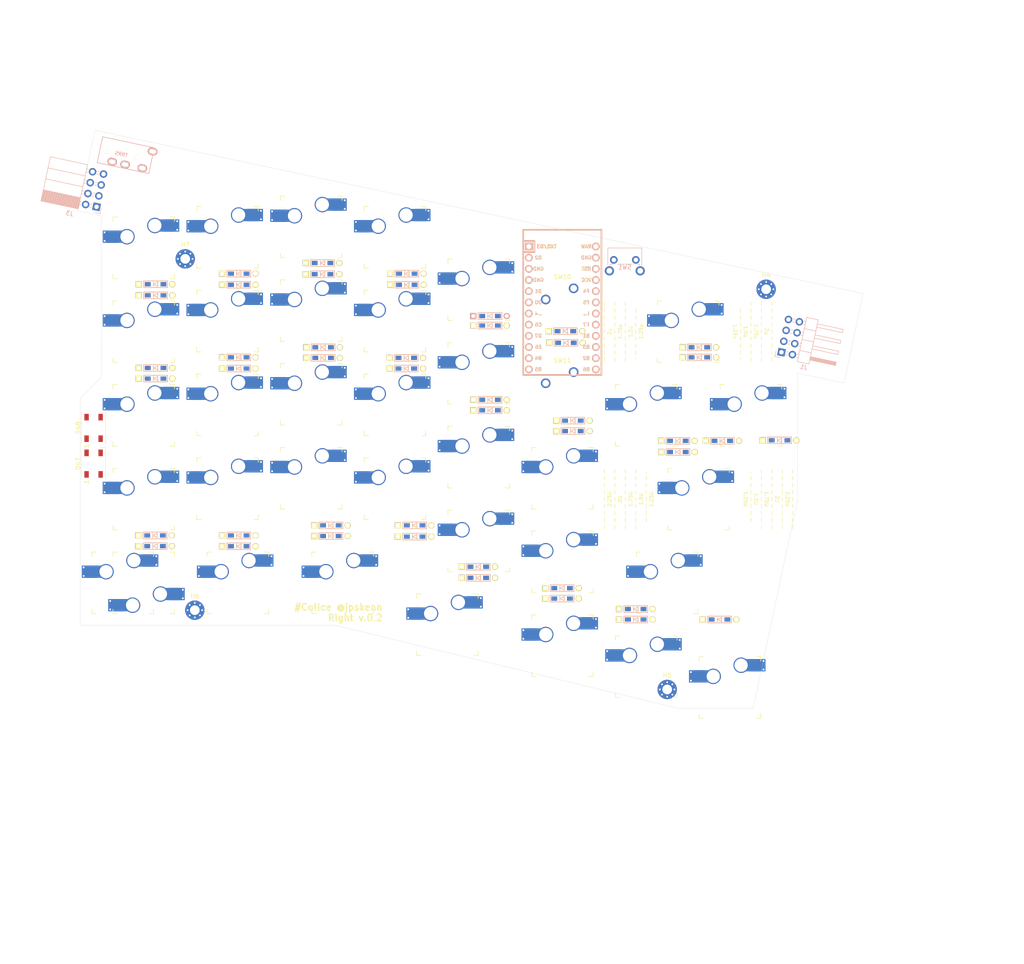
<source format=kicad_pcb>
(kicad_pcb (version 20171130) (host pcbnew "(5.1.5-0-10_14)")
  (layers (0 F.Cu signal) (31 B.Cu signal) (34 B.Paste user) (35 F.Paste user) (36 B.SilkS user) (37 F.SilkS user) (38 B.Mask user) (39 F.Mask user) (44 Edge.Cuts user))
  (net 0 "")
  (net 1 pin6)
  (net 2 pin1)
  (net 3 pin2)
  (net 4 pin3)
  (net 5 pin4)
  (net 6 pin5)
  (net 7 pin7)
  (net 8 "Net-(D8-Pad2)")
  (net 9 "Net-(D9-Pad2)")
  (net 10 "Net-(D12-Pad2)")
  (net 11 pin8)
  (net 12 "Net-(D14-Pad2)")
  (net 13 "Net-(D18-Pad2)")
  (net 14 pin9)
  (net 15 "Net-(D20-Pad2)")
  (net 16 "Net-(D21-Pad2)")
  (net 17 "Net-(D24-Pad2)")
  (net 18 pin10)
  (net 19 "Net-(D26-Pad2)")
  (net 20 "Net-(D27-Pad2)")
  (net 21 "Net-(D30-Pad2)")
  (net 22 "Net-(D32-Pad2)")
  (net 23 "Net-(D36-Pad2)")
  (net 24 "Net-(D38-Pad2)")
  (net 25 "Net-(D45-Pad2)")
  (net 26 "Net-(D47-Pad2)")
  (net 27 data)
  (net 28 led)
  (net 29 GND1)
  (net 30 VCC)
  (net 31 reset)
  (net 32 "Net-(U1-Pad24)")
  (net 33 "Net-(D1-Pad1)")
  (net 34 "Net-(D2-Pad2)")
  (net 35 "Net-(D6-Pad2)")
  (net 36 "Net-(D7-Pad2)")
  (net 37 "Net-(D13-Pad2)")
  (net 38 "Net-(D19-Pad2)")
  (net 39 "Net-(D25-Pad2)")
  (net 40 "Net-(D31-Pad2)")
  (net 41 "Net-(D37-Pad2)")
  (net 42 "Net-(U1-Pad5)")
  (net 43 "Net-(U1-Pad6)")
  (net 44 "Net-(U1-Pad7)")
  (net 45 "Net-(U1-Pad18)")
  (net 46 "Net-(U1-Pad19)")
  (net 47 "Net-(U1-Pad20)")
  (net 48 "Net-(D48-Pad2)")
  (net 49 "Net-(D40-Pad1)")
  (net 50 "Net-(J1-Pad1)")
  (net 51 "Net-(J1-Pad2)")
  (net 52 "Net-(J1-Pad3)")
  (net 53 "Net-(J1-Pad4)")
  (net 54 "Net-(J1-Pad5)")
  (net 55 "Net-(D4-Pad2)")
  (net 56 "Net-(D5-Pad1)")
  (net 57 "Net-(D10-Pad2)")
  (net 58 "Net-(D11-Pad1)")
  (net 59 "Net-(D15-Pad2)")
  (net 60 "Net-(D16-Pad2)")
  (net 61 "Net-(D17-Pad1)")
  (net 62 "Net-(D22-Pad2)")
  (net 63 "Net-(D23-Pad1)")
  (net 64 "Net-(D28-Pad2)")
  (net 65 "Net-(D29-Pad1)")
  (net 66 "Net-(D33-Pad2)")
  (net 67 "Net-(D34-Pad2)")
  (net 68 "Net-(D35-Pad1)")
  (net 69 "Net-(D39-Pad2)")
  (net 70 "Net-(D41-Pad2)")
  (net 71 "Net-(D42-Pad2)")
  (net 72 "Net-(D43-Pad2)")
  (net 73 "Net-(D44-Pad2)")
  (net 74 "Net-(D46-Pad1)")
  (net 75 "Net-(J2-PadA)")
  (net 76 "Net-(J3-Pad8)")
  (net 77 "Net-(J3-Pad7)")
  (net 78 "Net-(J3-Pad6)")
  (module SMK_foostan:CherryMX_Hotswap_v2 (layer F.Cu) (at 245.26875 145.25686)
    (fp_text reference SW4)
    (fp_text value SW_Push)
    (pad 2 thru_hole circle (at 2.54 -5.08) (size 3.5 3.5) (drill 3) (layers *.Cu) (net 55 "Net-(D4-Pad2)"))
    (pad "" np_thru_hole circle (at 0 0) (size 3.9878 3.9878) (drill 3.9878) (layers *.Cu *.Mask))
    (pad 1 thru_hole circle (at -3.81 -2.54) (size 3.5 3.5) (drill 3) (layers *.Cu) (net 33 "Net-(D1-Pad1)"))
    (pad "" np_thru_hole circle (at -5.08 0 48.0996) (size 1.75 1.75) (drill 1.75) (layers *.Cu *.Mask))
    (pad "" np_thru_hole circle (at 5.08 0 48.0996) (size 1.75 1.75) (drill 1.75) (layers *.Cu *.Mask))
    (pad 1 smd rect (at -7.085 -2.54) (size 2.55 2.8) (layers B.Cu B.Paste B.Mask) (net 33 "Net-(D1-Pad1)"))
    (pad 2 smd rect (at 5.815 -5.08) (size 2.55 2.8) (layers B.Cu B.Paste B.Mask) (net 55 "Net-(D4-Pad2)"))
    (pad 1 thru_hole circle (at -8.89 -3.502) (size 0.8 0.8) (drill 0.4) (layers *.Cu) (net 33 "Net-(D1-Pad1)"))
    (pad 2 thru_hole circle (at 7.62 -6.042) (size 0.8 0.8) (drill 0.4) (layers *.Cu) (net 55 "Net-(D4-Pad2)"))
    (pad 1 thru_hole circle (at -8.89 -1.578) (size 0.8 0.8) (drill 0.4) (layers *.Cu) (net 33 "Net-(D1-Pad1)"))
    (pad 2 thru_hole circle (at 7.62 -4.118) (size 0.8 0.8) (drill 0.4) (layers *.Cu) (net 55 "Net-(D4-Pad2)"))
    (pad 1 smd rect (at -7.085 -2.54) (size 4.5 2.8) (layers B.Cu) (net 33 "Net-(D1-Pad1)"))
    (pad 2 smd rect (at 5.842 -5.08) (size 4.5 2.8) (layers B.Cu) (net 55 "Net-(D4-Pad2)"))
  )
  (module SMK_SU120:CherryMX_MidHeight_Choc_Hotswap_2U_Outline (layer F.Cu) (at 235.74375 64.29402)
    (fp_text reference H1 hide)
    (fp_text value MountingHole hide)
    (fp_text user 1.25u (at 10.715625 0 -90 unlocked) (layer F.SilkS) (effects (font (size 0.8 0.8))))
    (fp_text user 1.75u (at 15.478125 0 -90 unlocked) (layer F.SilkS) (effects (font (size 0.8 0.8))))
    (fp_text user 1.5u (at 13.096875 0 -90 unlocked) (layer F.SilkS) (effects (font (size 0.8 0.8))))
    (fp_text user 2u (at 17.859375 0 -90 unlocked) (layer F.SilkS) (effects (font (size 0.8 0.8))))
    (fp_text user 1.25u (at -10.715625 0 90 unlocked) (layer F.SilkS) (effects (font (size 0.8 0.8))))
    (fp_text user 1.5u (at -13.096875 0 90 unlocked) (layer F.SilkS) (effects (font (size 0.8 0.8))))
    (fp_text user 1.75u (at -15.478125 0 90 unlocked) (layer F.SilkS) (effects (font (size 0.8 0.8))))
    (fp_text user 2u (at -17.859375 0 90 unlocked) (layer F.SilkS) (effects (font (size 0.8 0.8))))
    (pad "" np_thru_hole circle (at -11.938 -6.985) (size 3.048 3.048) (drill 3.048) (layers *.Cu *.Mask))
    (pad "" np_thru_hole circle (at 11.938 -6.985) (size 3.048 3.048) (drill 3.048) (layers *.Cu *.Mask))
    (pad "" np_thru_hole circle (at -11.938 8.255) (size 3.9878 3.9878) (drill 3.9878) (layers *.Cu *.Mask))
    (pad "" np_thru_hole circle (at 11.938 8.255) (size 3.9878 3.9878) (drill 3.9878) (layers *.Cu *.Mask))
  )
  (module SMK_SU120:D3_TH_SMD (layer F.Cu) (at 173.5455 110.91863)
    (fp_text reference D46 hide)
    (fp_text value D hide)
    (pad 2 smd rect (at 1.775 0) (size 1.3 0.95) (layers F.Cu F.Paste F.Mask) (net 6 pin5))
    (pad 2 thru_hole circle (at 3.81 0) (size 1.397 1.397) (drill 0.8128) (layers *.Cu *.Mask F.SilkS) (net 6 pin5))
    (pad 1 thru_hole rect (at -3.81 0) (size 1.397 1.397) (drill 0.8128) (layers *.Cu *.Mask F.SilkS) (net 74 "Net-(D46-Pad1)"))
    (pad 1 smd rect (at -1.775 0) (size 1.3 0.95) (layers B.Cu B.Paste B.Mask) (net 74 "Net-(D46-Pad1)"))
    (pad 2 smd rect (at 1.775 0) (size 1.3 0.95) (layers B.Cu B.Paste B.Mask) (net 6 pin5))
    (pad 1 smd rect (at -1.775 0) (size 1.3 0.95) (layers F.Cu F.Paste F.Mask) (net 74 "Net-(D46-Pad1)"))
  )
  (module SMK_SU120:MJ-4PP-9 (layer B.Cu) (at 101.96322 22.9235 258)
    (fp_text reference J2)
    (fp_text value MJ-4PP-9 hide)
    (fp_text user TRRS (at 0 -4.96095 168) (layer B.SilkS) (effects (font (size 0.8 0.8)) (justify mirror)))
    (pad A thru_hole oval (at -2.1 -11.8 258) (size 1.7 2.2) (drill oval 1 1.5) (layers *.Cu *.Mask B.SilkS) (net 75 "Net-(J2-PadA)") (clearance 0.15))
    (pad D thru_hole oval (at 2.1 -10.3 258) (size 1.7 2.2) (drill oval 1 1.5) (layers *.Cu *.Mask B.SilkS) (net 30 VCC) (clearance 0.15))
    (pad C thru_hole oval (at 2.1 -6.3 258) (size 1.7 2.2) (drill oval 1 1.5) (layers *.Cu *.Mask B.SilkS) (net 29 GND1) (clearance 0.15))
    (pad B thru_hole oval (at 2.1 -3.3 258) (size 1.7 2.2) (drill oval 1 1.5) (layers *.Cu *.Mask B.SilkS) (net 27 data) (clearance 0.15))
    (pad "" np_thru_hole circle (at 0 -8.5 258) (size 1.2 1.2) (drill 1.2) (layers *.Cu *.Mask B.SilkS))
    (pad "" np_thru_hole circle (at 0 -1.5 258) (size 1.2 1.2) (drill 1.2) (layers *.Cu *.Mask B.SilkS))
  )
  (module SMK_foostan:CherryMX_Hotswap_v2 (layer F.Cu) (at 235.74375 64.29402)
    (fp_text reference SW5)
    (fp_text value SW_Push)
    (pad 2 smd rect (at 5.842 -5.08) (size 4.5 2.8) (layers B.Cu) (net 35 "Net-(D6-Pad2)"))
    (pad 1 smd rect (at -7.085 -2.54) (size 4.5 2.8) (layers B.Cu) (net 56 "Net-(D5-Pad1)"))
    (pad 2 thru_hole circle (at 7.62 -4.118) (size 0.8 0.8) (drill 0.4) (layers *.Cu) (net 35 "Net-(D6-Pad2)"))
    (pad 1 thru_hole circle (at -8.89 -1.578) (size 0.8 0.8) (drill 0.4) (layers *.Cu) (net 56 "Net-(D5-Pad1)"))
    (pad 2 thru_hole circle (at 7.62 -6.042) (size 0.8 0.8) (drill 0.4) (layers *.Cu) (net 35 "Net-(D6-Pad2)"))
    (pad 1 thru_hole circle (at -8.89 -3.502) (size 0.8 0.8) (drill 0.4) (layers *.Cu) (net 56 "Net-(D5-Pad1)"))
    (pad 2 smd rect (at 5.815 -5.08) (size 2.55 2.8) (layers B.Cu B.Paste B.Mask) (net 35 "Net-(D6-Pad2)"))
    (pad 1 smd rect (at -7.085 -2.54) (size 2.55 2.8) (layers B.Cu B.Paste B.Mask) (net 56 "Net-(D5-Pad1)"))
    (pad "" np_thru_hole circle (at 5.08 0 48.0996) (size 1.75 1.75) (drill 1.75) (layers *.Cu *.Mask))
    (pad "" np_thru_hole circle (at -5.08 0 48.0996) (size 1.75 1.75) (drill 1.75) (layers *.Cu *.Mask))
    (pad 1 thru_hole circle (at -3.81 -2.54) (size 3.5 3.5) (drill 3) (layers *.Cu) (net 56 "Net-(D5-Pad1)"))
    (pad "" np_thru_hole circle (at 0 0) (size 3.9878 3.9878) (drill 3.9878) (layers *.Cu *.Mask))
    (pad 2 thru_hole circle (at 2.54 -5.08) (size 3.5 3.5) (drill 3) (layers *.Cu) (net 35 "Net-(D6-Pad2)"))
  )
  (module SMK_SU120:D3_TH_SMD (layer F.Cu) (at 223.8375 129.77867)
    (fp_text reference D10 hide)
    (fp_text value D hide)
    (pad 2 smd rect (at 1.775 0) (size 1.3 0.95) (layers F.Cu F.Paste F.Mask) (net 57 "Net-(D10-Pad2)"))
    (pad 2 thru_hole circle (at 3.81 0) (size 1.397 1.397) (drill 0.8128) (layers *.Cu *.Mask F.SilkS) (net 57 "Net-(D10-Pad2)"))
    (pad 1 thru_hole rect (at -3.81 0) (size 1.397 1.397) (drill 0.8128) (layers *.Cu *.Mask F.SilkS) (net 6 pin5))
    (pad 1 smd rect (at -1.775 0) (size 1.3 0.95) (layers B.Cu B.Paste B.Mask) (net 6 pin5))
    (pad 2 smd rect (at 1.775 0) (size 1.3 0.95) (layers B.Cu B.Paste B.Mask) (net 57 "Net-(D10-Pad2)"))
    (pad 1 smd rect (at -1.775 0) (size 1.3 0.95) (layers F.Cu F.Paste F.Mask) (net 6 pin5))
  )
  (module SMK_foostan:CherryMX_Hotswap_v2 (layer F.Cu) (at 226.21875 140.49434)
    (fp_text reference SW9)
    (fp_text value SW_Push)
    (pad 2 thru_hole circle (at 2.54 -5.08) (size 3.5 3.5) (drill 3) (layers *.Cu) (net 57 "Net-(D10-Pad2)"))
    (pad "" np_thru_hole circle (at 0 0) (size 3.9878 3.9878) (drill 3.9878) (layers *.Cu *.Mask))
    (pad 1 thru_hole circle (at -3.81 -2.54) (size 3.5 3.5) (drill 3) (layers *.Cu) (net 56 "Net-(D5-Pad1)"))
    (pad "" np_thru_hole circle (at -5.08 0 48.0996) (size 1.75 1.75) (drill 1.75) (layers *.Cu *.Mask))
    (pad "" np_thru_hole circle (at 5.08 0 48.0996) (size 1.75 1.75) (drill 1.75) (layers *.Cu *.Mask))
    (pad 1 smd rect (at -7.084999 -2.54) (size 2.55 2.8) (layers B.Cu B.Paste B.Mask) (net 56 "Net-(D5-Pad1)"))
    (pad 2 smd rect (at 5.815 -5.08) (size 2.55 2.8) (layers B.Cu B.Paste B.Mask) (net 57 "Net-(D10-Pad2)"))
    (pad 1 thru_hole circle (at -8.89 -3.502) (size 0.8 0.8) (drill 0.4) (layers *.Cu) (net 56 "Net-(D5-Pad1)"))
    (pad 2 thru_hole circle (at 7.62 -6.042) (size 0.8 0.8) (drill 0.4) (layers *.Cu) (net 57 "Net-(D10-Pad2)"))
    (pad 1 thru_hole circle (at -8.89 -1.578) (size 0.8 0.8) (drill 0.4) (layers *.Cu) (net 56 "Net-(D5-Pad1)"))
    (pad 2 thru_hole circle (at 7.62 -4.118) (size 0.8 0.8) (drill 0.4) (layers *.Cu) (net 57 "Net-(D10-Pad2)"))
    (pad 1 smd rect (at -7.085 -2.54) (size 4.5 2.8) (layers B.Cu) (net 56 "Net-(D5-Pad1)"))
    (pad 2 smd rect (at 5.842 -5.08) (size 4.5 2.8) (layers B.Cu) (net 57 "Net-(D10-Pad2)"))
  )
  (module SMK_foostan:CherryMX_Hotswap_v2 (layer F.Cu) (at 250.03125 83.3441)
    (fp_text reference SW2)
    (fp_text value SW_Push)
    (pad 2 smd rect (at 5.842 -5.08) (size 4.5 2.8) (layers B.Cu) (net 34 "Net-(D2-Pad2)"))
    (pad 1 smd rect (at -7.085 -2.54) (size 4.5 2.8) (layers B.Cu) (net 33 "Net-(D1-Pad1)"))
    (pad 2 thru_hole circle (at 7.62 -4.118) (size 0.8 0.8) (drill 0.4) (layers *.Cu) (net 34 "Net-(D2-Pad2)"))
    (pad 1 thru_hole circle (at -8.89 -1.578) (size 0.8 0.8) (drill 0.4) (layers *.Cu) (net 33 "Net-(D1-Pad1)"))
    (pad 2 thru_hole circle (at 7.62 -6.042) (size 0.8 0.8) (drill 0.4) (layers *.Cu) (net 34 "Net-(D2-Pad2)"))
    (pad 1 thru_hole circle (at -8.89 -3.502) (size 0.8 0.8) (drill 0.4) (layers *.Cu) (net 33 "Net-(D1-Pad1)"))
    (pad 2 smd rect (at 5.815 -5.08) (size 2.55 2.8) (layers B.Cu B.Paste B.Mask) (net 34 "Net-(D2-Pad2)"))
    (pad 1 smd rect (at -7.085 -2.54) (size 2.55 2.8) (layers B.Cu B.Paste B.Mask) (net 33 "Net-(D1-Pad1)"))
    (pad "" np_thru_hole circle (at 5.08 0 48.0996) (size 1.75 1.75) (drill 1.75) (layers *.Cu *.Mask))
    (pad "" np_thru_hole circle (at -5.08 0 48.0996) (size 1.75 1.75) (drill 1.75) (layers *.Cu *.Mask))
    (pad 1 thru_hole circle (at -3.81 -2.54) (size 3.5 3.5) (drill 3) (layers *.Cu) (net 33 "Net-(D1-Pad1)"))
    (pad "" np_thru_hole circle (at 0 0) (size 3.9878 3.9878) (drill 3.9878) (layers *.Cu *.Mask))
    (pad 2 thru_hole circle (at 2.54 -5.08) (size 3.5 3.5) (drill 3) (layers *.Cu) (net 34 "Net-(D2-Pad2)"))
  )
  (module SMK_foostan:CherryMX_Hotswap_v2 (layer F.Cu) (at 226.21875 83.3441)
    (fp_text reference SW6)
    (fp_text value SW_Push)
    (pad 2 thru_hole circle (at 2.54 -5.08) (size 3.5 3.5) (drill 3) (layers *.Cu) (net 36 "Net-(D7-Pad2)"))
    (pad "" np_thru_hole circle (at 0 0) (size 3.9878 3.9878) (drill 3.9878) (layers *.Cu *.Mask))
    (pad 1 thru_hole circle (at -3.81 -2.54) (size 3.5 3.5) (drill 3) (layers *.Cu) (net 56 "Net-(D5-Pad1)"))
    (pad "" np_thru_hole circle (at -5.08 0 48.0996) (size 1.75 1.75) (drill 1.75) (layers *.Cu *.Mask))
    (pad "" np_thru_hole circle (at 5.08 0 48.0996) (size 1.75 1.75) (drill 1.75) (layers *.Cu *.Mask))
    (pad 1 smd rect (at -7.085 -2.54) (size 2.55 2.8) (layers B.Cu B.Paste B.Mask) (net 56 "Net-(D5-Pad1)"))
    (pad 2 smd rect (at 5.815 -5.08) (size 2.55 2.8) (layers B.Cu B.Paste B.Mask) (net 36 "Net-(D7-Pad2)"))
    (pad 1 thru_hole circle (at -8.89 -3.502) (size 0.8 0.8) (drill 0.4) (layers *.Cu) (net 56 "Net-(D5-Pad1)"))
    (pad 2 thru_hole circle (at 7.62 -6.042) (size 0.8 0.8) (drill 0.4) (layers *.Cu) (net 36 "Net-(D7-Pad2)"))
    (pad 1 thru_hole circle (at -8.89 -1.578) (size 0.8 0.8) (drill 0.4) (layers *.Cu) (net 56 "Net-(D5-Pad1)"))
    (pad 2 thru_hole circle (at 7.62 -4.118) (size 0.8 0.8) (drill 0.4) (layers *.Cu) (net 36 "Net-(D7-Pad2)"))
    (pad 1 smd rect (at -7.085 -2.54) (size 4.5 2.8) (layers B.Cu) (net 56 "Net-(D5-Pad1)"))
    (pad 2 smd rect (at 5.842 -5.08) (size 4.5 2.8) (layers B.Cu) (net 36 "Net-(D7-Pad2)"))
  )
  (module SMK_SU120:D3_TH_SMD (layer F.Cu) (at 233.426 89.154)
    (fp_text reference D7 hide)
    (fp_text value D hide)
    (pad 1 smd rect (at -1.775 0) (size 1.3 0.95) (layers F.Cu F.Paste F.Mask) (net 3 pin2))
    (pad 2 smd rect (at 1.775 0) (size 1.3 0.95) (layers B.Cu B.Paste B.Mask) (net 36 "Net-(D7-Pad2)"))
    (pad 1 smd rect (at -1.775 0) (size 1.3 0.95) (layers B.Cu B.Paste B.Mask) (net 3 pin2))
    (pad 1 thru_hole rect (at -3.81 0) (size 1.397 1.397) (drill 0.8128) (layers *.Cu *.Mask F.SilkS) (net 3 pin2))
    (pad 2 thru_hole circle (at 3.81 0) (size 1.397 1.397) (drill 0.8128) (layers *.Cu *.Mask F.SilkS) (net 36 "Net-(D7-Pad2)"))
    (pad 2 smd rect (at 1.775 0) (size 1.3 0.95) (layers F.Cu F.Paste F.Mask) (net 36 "Net-(D7-Pad2)"))
  )
  (module SMK_SU120:D3_TH_SMD (layer F.Cu) (at 114.6175 53.51463)
    (fp_text reference D40 hide)
    (fp_text value D hide)
    (pad 1 smd rect (at -1.775 0) (size 1.3 0.95) (layers F.Cu F.Paste F.Mask) (net 49 "Net-(D40-Pad1)"))
    (pad 2 smd rect (at 1.775 0) (size 1.3 0.95) (layers B.Cu B.Paste B.Mask) (net 5 pin4))
    (pad 1 smd rect (at -1.775 0) (size 1.3 0.95) (layers B.Cu B.Paste B.Mask) (net 49 "Net-(D40-Pad1)"))
    (pad 1 thru_hole rect (at -3.81 0) (size 1.397 1.397) (drill 0.8128) (layers *.Cu *.Mask F.SilkS) (net 49 "Net-(D40-Pad1)"))
    (pad 2 thru_hole circle (at 3.81 0) (size 1.397 1.397) (drill 0.8128) (layers *.Cu *.Mask F.SilkS) (net 5 pin4))
    (pad 2 smd rect (at 1.775 0) (size 1.3 0.95) (layers F.Cu F.Paste F.Mask) (net 5 pin4))
  )
  (module SMK_keebio:ArduinoProMicro (layer F.Cu) (at 207.137 58.91213 270)
    (fp_text reference U1 hide)
    (fp_text value ProMicro hide)
    (fp_text user D2 (at -11.43 5.461) (layer B.SilkS) (effects (font (size 0.8 0.8)) (justify mirror)))
    (fp_text user D0 (at -1.27 5.461) (layer B.SilkS) (effects (font (size 0.8 0.8)) (justify mirror)))
    (fp_text user D1 (at -3.81 5.461) (layer B.SilkS) (effects (font (size 0.8 0.8)) (justify mirror)))
    (fp_text user GND (at -6.35 5.461) (layer B.SilkS) (effects (font (size 0.8 0.8)) (justify mirror)))
    (fp_text user GND (at -8.89 5.461) (layer B.SilkS) (effects (font (size 0.8 0.8)) (justify mirror)))
    (fp_text user D4 (at 1.27 5.461) (layer B.SilkS) (effects (font (size 0.8 0.8)) (justify mirror)))
    (fp_text user C6 (at 3.81 5.461) (layer B.SilkS) (effects (font (size 0.8 0.8)) (justify mirror)))
    (fp_text user D7 (at 6.35 5.461) (layer B.SilkS) (effects (font (size 0.8 0.8)) (justify mirror)))
    (fp_text user E6 (at 8.89 5.461) (layer B.SilkS) (effects (font (size 0.8 0.8)) (justify mirror)))
    (fp_text user B4 (at 11.43 5.461) (layer B.SilkS) (effects (font (size 0.8 0.8)) (justify mirror)))
    (fp_text user B5 (at 13.97 5.461) (layer B.SilkS) (effects (font (size 0.8 0.8)) (justify mirror)))
    (fp_text user B6 (at 13.97 -5.461) (layer B.SilkS) (effects (font (size 0.8 0.8)) (justify mirror)))
    (fp_text user B2 (at 11.43 -5.461) (layer F.SilkS) (effects (font (size 0.8 0.8))))
    (fp_text user B3 (at 8.89 -5.461) (layer B.SilkS) (effects (font (size 0.8 0.8)) (justify mirror)))
    (fp_text user B1 (at 6.35 -5.461) (layer B.SilkS) (effects (font (size 0.8 0.8)) (justify mirror)))
    (fp_text user F7 (at 3.81 -5.461) (layer F.SilkS) (effects (font (size 0.8 0.8))))
    (fp_text user F6 (at 1.27 -5.461) (layer F.SilkS) (effects (font (size 0.8 0.8))))
    (fp_text user F5 (at -1.27 -5.461) (layer F.SilkS) (effects (font (size 0.8 0.8))))
    (fp_text user F4 (at -3.81 -5.461) (layer B.SilkS) (effects (font (size 0.8 0.8)) (justify mirror)))
    (fp_text user VCC (at -6.35 -5.461) (layer B.SilkS) (effects (font (size 0.8 0.8)) (justify mirror)))
    (fp_text user GND (at -11.43 -5.461) (layer B.SilkS) (effects (font (size 0.8 0.8)) (justify mirror)))
    (fp_text user RAW (at -13.97 -5.461) (layer B.SilkS) (effects (font (size 0.8 0.8)) (justify mirror)))
    (fp_text user RAW (at -13.97 -5.461) (layer F.SilkS) (effects (font (size 0.8 0.8))))
    (fp_text user GND (at -11.43 -5.461) (layer F.SilkS) (effects (font (size 0.8 0.8))))
    (fp_text user ST (at -8.92 -5.73312) (layer F.SilkS) (effects (font (size 0.8 0.8))))
    (fp_text user VCC (at -6.35 -5.461) (layer F.SilkS) (effects (font (size 0.8 0.8))))
    (fp_text user F4 (at -3.81 -5.461) (layer F.SilkS) (effects (font (size 0.8 0.8))))
    (fp_text user F5 (at -1.27 -5.461) (layer B.SilkS) (effects (font (size 0.8 0.8)) (justify mirror)))
    (fp_text user F6 (at 1.27 -5.461) (layer B.SilkS) (effects (font (size 0.8 0.8)) (justify mirror)))
    (fp_text user F7 (at 3.81 -5.461) (layer B.SilkS) (effects (font (size 0.8 0.8)) (justify mirror)))
    (fp_text user B1 (at 6.35 -5.461) (layer F.SilkS) (effects (font (size 0.8 0.8))))
    (fp_text user B3 (at 8.89 -5.461) (layer F.SilkS) (effects (font (size 0.8 0.8))))
    (fp_text user B2 (at 11.43 -5.461) (layer B.SilkS) (effects (font (size 0.8 0.8)) (justify mirror)))
    (fp_text user B6 (at 13.97 -5.461) (layer F.SilkS) (effects (font (size 0.8 0.8))))
    (fp_text user B5 (at 13.97 5.461) (layer F.SilkS) (effects (font (size 0.8 0.8))))
    (fp_text user B4 (at 11.43 5.461) (layer F.SilkS) (effects (font (size 0.8 0.8))))
    (fp_text user E6 (at 8.89 5.461) (layer F.SilkS) (effects (font (size 0.8 0.8))))
    (fp_text user D7 (at 6.35 5.461) (layer F.SilkS) (effects (font (size 0.8 0.8))))
    (fp_text user C6 (at 3.81 5.461) (layer F.SilkS) (effects (font (size 0.8 0.8))))
    (fp_text user D4 (at 1.27 5.461) (layer F.SilkS) (effects (font (size 0.8 0.8))))
    (fp_text user GND (at -8.89 5.461) (layer F.SilkS) (effects (font (size 0.8 0.8))))
    (fp_text user GND (at -6.35 5.461) (layer F.SilkS) (effects (font (size 0.8 0.8))))
    (fp_text user D1 (at -3.81 5.461) (layer F.SilkS) (effects (font (size 0.8 0.8))))
    (fp_text user D0 (at -1.27 5.461) (layer F.SilkS) (effects (font (size 0.8 0.8))))
    (fp_text user D2 (at -11.43 5.461) (layer F.SilkS) (effects (font (size 0.8 0.8))))
    (fp_text user TX0/D3 (at -13.97 3.571872) (layer B.SilkS) (effects (font (size 0.8 0.8)) (justify mirror)))
    (fp_text user TX0/D3 (at -13.97 3.571872) (layer F.SilkS) (effects (font (size 0.8 0.8))))
    (fp_text user ST (at -8.91 -5.04) (layer B.SilkS) (effects (font (size 0.8 0.8)) (justify mirror)))
    (pad 1 thru_hole rect (at -13.97 7.62 270) (size 1.7526 1.7526) (drill 1.0922) (layers *.Cu *.SilkS *.Mask) (net 28 led))
    (pad 2 thru_hole circle (at -11.43 7.62 270) (size 1.7526 1.7526) (drill 1.0922) (layers *.Cu *.SilkS *.Mask) (net 27 data))
    (pad 3 thru_hole circle (at -8.89 7.62 270) (size 1.7526 1.7526) (drill 1.0922) (layers *.Cu *.SilkS *.Mask) (net 29 GND1))
    (pad 4 thru_hole circle (at -6.35 7.62 270) (size 1.7526 1.7526) (drill 1.0922) (layers *.Cu *.SilkS *.Mask) (net 29 GND1))
    (pad 5 thru_hole circle (at -3.81 7.62 270) (size 1.7526 1.7526) (drill 1.0922) (layers *.Cu *.SilkS *.Mask) (net 42 "Net-(U1-Pad5)"))
    (pad 6 thru_hole circle (at -1.27 7.62 270) (size 1.7526 1.7526) (drill 1.0922) (layers *.Cu *.SilkS *.Mask) (net 43 "Net-(U1-Pad6)"))
    (pad 7 thru_hole circle (at 1.27 7.62 270) (size 1.7526 1.7526) (drill 1.0922) (layers *.Cu *.SilkS *.Mask) (net 44 "Net-(U1-Pad7)"))
    (pad 8 thru_hole circle (at 3.81 7.62 270) (size 1.7526 1.7526) (drill 1.0922) (layers *.Cu *.SilkS *.Mask) (net 1 pin6))
    (pad 9 thru_hole circle (at 6.35 7.62 270) (size 1.7526 1.7526) (drill 1.0922) (layers *.Cu *.SilkS *.Mask) (net 7 pin7))
    (pad 10 thru_hole circle (at 8.89 7.62 270) (size 1.7526 1.7526) (drill 1.0922) (layers *.Cu *.SilkS *.Mask) (net 11 pin8))
    (pad 11 thru_hole circle (at 11.43 7.62 270) (size 1.7526 1.7526) (drill 1.0922) (layers *.Cu *.SilkS *.Mask) (net 14 pin9))
    (pad 13 thru_hole circle (at 13.97 -7.62 270) (size 1.7526 1.7526) (drill 1.0922) (layers *.Cu *.SilkS *.Mask) (net 6 pin5))
    (pad 14 thru_hole circle (at 11.43 -7.62 270) (size 1.7526 1.7526) (drill 1.0922) (layers *.Cu *.SilkS *.Mask) (net 5 pin4))
    (pad 15 thru_hole circle (at 8.89 -7.62 270) (size 1.7526 1.7526) (drill 1.0922) (layers *.Cu *.SilkS *.Mask) (net 4 pin3))
    (pad 16 thru_hole circle (at 6.35 -7.62 270) (size 1.7526 1.7526) (drill 1.0922) (layers *.Cu *.SilkS *.Mask) (net 3 pin2))
    (pad 17 thru_hole circle (at 3.81 -7.62 270) (size 1.7526 1.7526) (drill 1.0922) (layers *.Cu *.SilkS *.Mask) (net 2 pin1))
    (pad 18 thru_hole circle (at 1.27 -7.62 270) (size 1.7526 1.7526) (drill 1.0922) (layers *.Cu *.SilkS *.Mask) (net 45 "Net-(U1-Pad18)"))
    (pad 19 thru_hole circle (at -1.27 -7.62 270) (size 1.7526 1.7526) (drill 1.0922) (layers *.Cu *.SilkS *.Mask) (net 46 "Net-(U1-Pad19)"))
    (pad 20 thru_hole circle (at -3.81 -7.62 270) (size 1.7526 1.7526) (drill 1.0922) (layers *.Cu *.SilkS *.Mask) (net 47 "Net-(U1-Pad20)"))
    (pad 21 thru_hole circle (at -6.35 -7.62 270) (size 1.7526 1.7526) (drill 1.0922) (layers *.Cu *.SilkS *.Mask) (net 30 VCC))
    (pad 22 thru_hole circle (at -8.89 -7.62 270) (size 1.7526 1.7526) (drill 1.0922) (layers *.Cu *.SilkS *.Mask) (net 31 reset))
    (pad 23 thru_hole circle (at -11.43 -7.62 270) (size 1.7526 1.7526) (drill 1.0922) (layers *.Cu *.SilkS *.Mask) (net 29 GND1))
    (pad 12 thru_hole circle (at 13.97 7.62 270) (size 1.7526 1.7526) (drill 1.0922) (layers *.Cu *.SilkS *.Mask) (net 18 pin10))
    (pad 24 thru_hole circle (at -13.97 -7.62 270) (size 1.7526 1.7526) (drill 1.0922) (layers *.Cu *.SilkS *.Mask) (net 32 "Net-(U1-Pad24)"))
  )
  (module SMK_SU120:D3_TH_SMD (layer F.Cu) (at 209.55 84.53473)
    (fp_text reference D13 hide)
    (fp_text value D hide)
    (pad 2 smd rect (at 1.775 0) (size 1.3 0.95) (layers F.Cu F.Paste F.Mask) (net 37 "Net-(D13-Pad2)"))
    (pad 2 thru_hole circle (at 3.81 0) (size 1.397 1.397) (drill 0.8128) (layers *.Cu *.Mask F.SilkS) (net 37 "Net-(D13-Pad2)"))
    (pad 1 thru_hole rect (at -3.81 0) (size 1.397 1.397) (drill 0.8128) (layers *.Cu *.Mask F.SilkS) (net 3 pin2))
    (pad 1 smd rect (at -1.775 0) (size 1.3 0.95) (layers B.Cu B.Paste B.Mask) (net 3 pin2))
    (pad 2 smd rect (at 1.775 0) (size 1.3 0.95) (layers B.Cu B.Paste B.Mask) (net 37 "Net-(D13-Pad2)"))
    (pad 1 smd rect (at -1.775 0) (size 1.3 0.95) (layers F.Cu F.Paste F.Mask) (net 3 pin2))
  )
  (module SMK_foostan:CherryMX_Hotswap_v2 (layer F.Cu) (at 207.16875 135.73182)
    (fp_text reference SW14)
    (fp_text value SW_Push)
    (pad 2 thru_hole circle (at 2.54 -5.08) (size 3.5 3.5) (drill 3) (layers *.Cu) (net 60 "Net-(D16-Pad2)"))
    (pad "" np_thru_hole circle (at 0 0) (size 3.9878 3.9878) (drill 3.9878) (layers *.Cu *.Mask))
    (pad 1 thru_hole circle (at -3.81 -2.54) (size 3.5 3.5) (drill 3) (layers *.Cu) (net 58 "Net-(D11-Pad1)"))
    (pad "" np_thru_hole circle (at -5.08 0 48.0996) (size 1.75 1.75) (drill 1.75) (layers *.Cu *.Mask))
    (pad "" np_thru_hole circle (at 5.08 0 48.0996) (size 1.75 1.75) (drill 1.75) (layers *.Cu *.Mask))
    (pad 1 smd rect (at -7.084999 -2.54) (size 2.55 2.8) (layers B.Cu B.Paste B.Mask) (net 58 "Net-(D11-Pad1)"))
    (pad 2 smd rect (at 5.815 -5.08) (size 2.55 2.8) (layers B.Cu B.Paste B.Mask) (net 60 "Net-(D16-Pad2)"))
    (pad 1 thru_hole circle (at -8.89 -3.502) (size 0.8 0.8) (drill 0.4) (layers *.Cu) (net 58 "Net-(D11-Pad1)"))
    (pad 2 thru_hole circle (at 7.62 -6.042) (size 0.8 0.8) (drill 0.4) (layers *.Cu) (net 60 "Net-(D16-Pad2)"))
    (pad 1 thru_hole circle (at -8.89 -1.578) (size 0.8 0.8) (drill 0.4) (layers *.Cu) (net 58 "Net-(D11-Pad1)"))
    (pad 2 thru_hole circle (at 7.62 -4.118) (size 0.8 0.8) (drill 0.4) (layers *.Cu) (net 60 "Net-(D16-Pad2)"))
    (pad 1 smd rect (at -7.085 -2.54) (size 4.5 2.8) (layers B.Cu) (net 58 "Net-(D11-Pad1)"))
    (pad 2 smd rect (at 5.842 -5.08) (size 4.5 2.8) (layers B.Cu) (net 60 "Net-(D16-Pad2)"))
  )
  (module SMK_SU120:D3_TH_SMD (layer F.Cu) (at 171.7675 51.10163)
    (fp_text reference D23 hide)
    (fp_text value D hide)
    (pad 2 smd rect (at 1.775 0) (size 1.3 0.95) (layers F.Cu F.Paste F.Mask) (net 2 pin1))
    (pad 2 thru_hole circle (at 3.81 0) (size 1.397 1.397) (drill 0.8128) (layers *.Cu *.Mask F.SilkS) (net 2 pin1))
    (pad 1 thru_hole rect (at -3.81 0) (size 1.397 1.397) (drill 0.8128) (layers *.Cu *.Mask F.SilkS) (net 63 "Net-(D23-Pad1)"))
    (pad 1 smd rect (at -1.775 0) (size 1.3 0.95) (layers B.Cu B.Paste B.Mask) (net 63 "Net-(D23-Pad1)"))
    (pad 2 smd rect (at 1.775 0) (size 1.3 0.95) (layers B.Cu B.Paste B.Mask) (net 2 pin1))
    (pad 1 smd rect (at -1.775 0) (size 1.3 0.95) (layers F.Cu F.Paste F.Mask) (net 63 "Net-(D23-Pad1)"))
  )
  (module SMK_SU120:D3_TH_SMD (layer F.Cu) (at 190.6905 62.91263)
    (fp_text reference D18 hide)
    (fp_text value D hide)
    (pad 2 smd rect (at 1.775 0) (size 1.3 0.95) (layers F.Cu F.Paste F.Mask) (net 13 "Net-(D18-Pad2)"))
    (pad 2 thru_hole circle (at 3.81 0) (size 1.397 1.397) (drill 0.8128) (layers *.Cu *.Mask F.SilkS) (net 13 "Net-(D18-Pad2)"))
    (pad 1 thru_hole rect (at -3.81 0) (size 1.397 1.397) (drill 0.8128) (layers *.Cu *.Mask F.SilkS) (net 2 pin1))
    (pad 1 smd rect (at -1.775 0) (size 1.3 0.95) (layers B.Cu B.Paste B.Mask) (net 2 pin1))
    (pad 2 smd rect (at 1.775 0) (size 1.3 0.95) (layers B.Cu B.Paste B.Mask) (net 13 "Net-(D18-Pad2)"))
    (pad 1 smd rect (at -1.775 0) (size 1.3 0.95) (layers F.Cu F.Paste F.Mask) (net 2 pin1))
  )
  (module SMK_SU120:D3_TH_SMD (layer F.Cu) (at 238.3155 67.86563)
    (fp_text reference D5 hide)
    (fp_text value D hide)
    (pad 2 smd rect (at 1.775 0) (size 1.3 0.95) (layers F.Cu F.Paste F.Mask) (net 11 pin8))
    (pad 2 thru_hole circle (at 3.81 0) (size 1.397 1.397) (drill 0.8128) (layers *.Cu *.Mask F.SilkS) (net 11 pin8))
    (pad 1 thru_hole rect (at -3.81 0) (size 1.397 1.397) (drill 0.8128) (layers *.Cu *.Mask F.SilkS) (net 56 "Net-(D5-Pad1)"))
    (pad 1 smd rect (at -1.775 0) (size 1.3 0.95) (layers B.Cu B.Paste B.Mask) (net 56 "Net-(D5-Pad1)"))
    (pad 2 smd rect (at 1.775 0) (size 1.3 0.95) (layers B.Cu B.Paste B.Mask) (net 11 pin8))
    (pad 1 smd rect (at -1.775 0) (size 1.3 0.95) (layers F.Cu F.Paste F.Mask) (net 56 "Net-(D5-Pad1)"))
  )
  (module SMK_SU120:D3_TH_SMD (layer F.Cu) (at 238.3155 70.15163)
    (fp_text reference D6 hide)
    (fp_text value D hide)
    (pad 2 smd rect (at 1.775 0) (size 1.3 0.95) (layers F.Cu F.Paste F.Mask) (net 35 "Net-(D6-Pad2)"))
    (pad 2 thru_hole circle (at 3.81 0) (size 1.397 1.397) (drill 0.8128) (layers *.Cu *.Mask F.SilkS) (net 35 "Net-(D6-Pad2)"))
    (pad 1 thru_hole rect (at -3.81 0) (size 1.397 1.397) (drill 0.8128) (layers *.Cu *.Mask F.SilkS) (net 2 pin1))
    (pad 1 smd rect (at -1.775 0) (size 1.3 0.95) (layers B.Cu B.Paste B.Mask) (net 2 pin1))
    (pad 2 smd rect (at 1.775 0) (size 1.3 0.95) (layers B.Cu B.Paste B.Mask) (net 35 "Net-(D6-Pad2)"))
    (pad 1 smd rect (at -1.775 0) (size 1.3 0.95) (layers F.Cu F.Paste F.Mask) (net 2 pin1))
  )
  (module SMK_SU120:D3_TH_SMD (layer F.Cu) (at 207.8355 64.18263)
    (fp_text reference D11 hide)
    (fp_text value D hide)
    (pad 1 smd rect (at -1.775 0) (size 1.3 0.95) (layers F.Cu F.Paste F.Mask) (net 58 "Net-(D11-Pad1)"))
    (pad 2 smd rect (at 1.775 0) (size 1.3 0.95) (layers B.Cu B.Paste B.Mask) (net 14 pin9))
    (pad 1 smd rect (at -1.775 0) (size 1.3 0.95) (layers B.Cu B.Paste B.Mask) (net 58 "Net-(D11-Pad1)"))
    (pad 1 thru_hole rect (at -3.81 0) (size 1.397 1.397) (drill 0.8128) (layers *.Cu *.Mask F.SilkS) (net 58 "Net-(D11-Pad1)"))
    (pad 2 thru_hole circle (at 3.81 0) (size 1.397 1.397) (drill 0.8128) (layers *.Cu *.Mask F.SilkS) (net 14 pin9))
    (pad 2 smd rect (at 1.775 0) (size 1.3 0.95) (layers F.Cu F.Paste F.Mask) (net 14 pin9))
  )
  (module SMK_SU120:D3_TH_SMD (layer F.Cu) (at 207.9625 66.84963)
    (fp_text reference D12 hide)
    (fp_text value D hide)
    (pad 2 smd rect (at 1.775 0) (size 1.3 0.95) (layers F.Cu F.Paste F.Mask) (net 10 "Net-(D12-Pad2)"))
    (pad 2 thru_hole circle (at 3.81 0) (size 1.397 1.397) (drill 0.8128) (layers *.Cu *.Mask F.SilkS) (net 10 "Net-(D12-Pad2)"))
    (pad 1 thru_hole rect (at -3.81 0) (size 1.397 1.397) (drill 0.8128) (layers *.Cu *.Mask F.SilkS) (net 2 pin1))
    (pad 1 smd rect (at -1.775 0) (size 1.3 0.95) (layers B.Cu B.Paste B.Mask) (net 2 pin1))
    (pad 2 smd rect (at 1.775 0) (size 1.3 0.95) (layers B.Cu B.Paste B.Mask) (net 10 "Net-(D12-Pad2)"))
    (pad 1 smd rect (at -1.775 0) (size 1.3 0.95) (layers F.Cu F.Paste F.Mask) (net 2 pin1))
  )
  (module SMK_SU120:D3_TH_SMD (layer F.Cu) (at 209.55 86.91599)
    (fp_text reference D14 hide)
    (fp_text value D hide)
    (pad 2 smd rect (at 1.775 0) (size 1.3 0.95) (layers F.Cu F.Paste F.Mask) (net 12 "Net-(D14-Pad2)"))
    (pad 2 thru_hole circle (at 3.81 0) (size 1.397 1.397) (drill 0.8128) (layers *.Cu *.Mask F.SilkS) (net 12 "Net-(D14-Pad2)"))
    (pad 1 thru_hole rect (at -3.81 0) (size 1.397 1.397) (drill 0.8128) (layers *.Cu *.Mask F.SilkS) (net 4 pin3))
    (pad 1 smd rect (at -1.775 0) (size 1.3 0.95) (layers B.Cu B.Paste B.Mask) (net 4 pin3))
    (pad 2 smd rect (at 1.775 0) (size 1.3 0.95) (layers B.Cu B.Paste B.Mask) (net 12 "Net-(D14-Pad2)"))
    (pad 1 smd rect (at -1.775 0) (size 1.3 0.95) (layers F.Cu F.Paste F.Mask) (net 4 pin3))
  )
  (module SMK_SU120:D3_TH_SMD (layer F.Cu) (at 207.0735 122.63489)
    (fp_text reference D15 hide)
    (fp_text value D hide)
    (pad 2 smd rect (at 1.775 0) (size 1.3 0.95) (layers F.Cu F.Paste F.Mask) (net 59 "Net-(D15-Pad2)"))
    (pad 2 thru_hole circle (at 3.81 0) (size 1.397 1.397) (drill 0.8128) (layers *.Cu *.Mask F.SilkS) (net 59 "Net-(D15-Pad2)"))
    (pad 1 thru_hole rect (at -3.81 0) (size 1.397 1.397) (drill 0.8128) (layers *.Cu *.Mask F.SilkS) (net 5 pin4))
    (pad 1 smd rect (at -1.775 0) (size 1.3 0.95) (layers B.Cu B.Paste B.Mask) (net 5 pin4))
    (pad 2 smd rect (at 1.775 0) (size 1.3 0.95) (layers B.Cu B.Paste B.Mask) (net 59 "Net-(D15-Pad2)"))
    (pad 1 smd rect (at -1.775 0) (size 1.3 0.95) (layers F.Cu F.Paste F.Mask) (net 5 pin4))
  )
  (module SMK_SU120:D3_TH_SMD (layer F.Cu) (at 207.0735 125.01615)
    (fp_text reference D16 hide)
    (fp_text value D hide)
    (pad 2 smd rect (at 1.775 0) (size 1.3 0.95) (layers F.Cu F.Paste F.Mask) (net 60 "Net-(D16-Pad2)"))
    (pad 2 thru_hole circle (at 3.81 0) (size 1.397 1.397) (drill 0.8128) (layers *.Cu *.Mask F.SilkS) (net 60 "Net-(D16-Pad2)"))
    (pad 1 thru_hole rect (at -3.81 0) (size 1.397 1.397) (drill 0.8128) (layers *.Cu *.Mask F.SilkS) (net 6 pin5))
    (pad 1 smd rect (at -1.775 0) (size 1.3 0.95) (layers B.Cu B.Paste B.Mask) (net 6 pin5))
    (pad 2 smd rect (at 1.775 0) (size 1.3 0.95) (layers B.Cu B.Paste B.Mask) (net 60 "Net-(D16-Pad2)"))
    (pad 1 smd rect (at -1.775 0) (size 1.3 0.95) (layers F.Cu F.Paste F.Mask) (net 6 pin5))
  )
  (module SMK_SU120:D3_TH_SMD (layer B.Cu) (at 190.6905 60.75363)
    (fp_text reference D17 hide)
    (fp_text value D hide)
    (pad 2 smd rect (at 1.775 0) (size 1.3 0.95) (layers B.Cu B.Paste B.Mask) (net 18 pin10))
    (pad 2 thru_hole circle (at 3.81 0) (size 1.397 1.397) (drill 0.8128) (layers *.Cu *.Mask B.SilkS) (net 18 pin10))
    (pad 1 thru_hole rect (at -3.81 0) (size 1.397 1.397) (drill 0.8128) (layers *.Cu *.Mask B.SilkS) (net 61 "Net-(D17-Pad1)"))
    (pad 1 smd rect (at -1.775 0) (size 1.3 0.95) (layers F.Cu F.Paste F.Mask) (net 61 "Net-(D17-Pad1)"))
    (pad 2 smd rect (at 1.775 0) (size 1.3 0.95) (layers F.Cu F.Paste F.Mask) (net 18 pin10))
    (pad 1 smd rect (at -1.775 0) (size 1.3 0.95) (layers B.Cu B.Paste B.Mask) (net 61 "Net-(D17-Pad1)"))
  )
  (module SMK_SU120:D3_TH_SMD (layer F.Cu) (at 190.6905 79.80363)
    (fp_text reference D19 hide)
    (fp_text value D hide)
    (pad 2 smd rect (at 1.775 0) (size 1.3 0.95) (layers F.Cu F.Paste F.Mask) (net 38 "Net-(D19-Pad2)"))
    (pad 2 thru_hole circle (at 3.81 0) (size 1.397 1.397) (drill 0.8128) (layers *.Cu *.Mask F.SilkS) (net 38 "Net-(D19-Pad2)"))
    (pad 1 thru_hole rect (at -3.81 0) (size 1.397 1.397) (drill 0.8128) (layers *.Cu *.Mask F.SilkS) (net 3 pin2))
    (pad 1 smd rect (at -1.775 0) (size 1.3 0.95) (layers B.Cu B.Paste B.Mask) (net 3 pin2))
    (pad 2 smd rect (at 1.775 0) (size 1.3 0.95) (layers B.Cu B.Paste B.Mask) (net 38 "Net-(D19-Pad2)"))
    (pad 1 smd rect (at -1.775 0) (size 1.3 0.95) (layers F.Cu F.Paste F.Mask) (net 3 pin2))
  )
  (module SMK_SU120:D3_TH_SMD (layer F.Cu) (at 190.6905 82.20068)
    (fp_text reference D20 hide)
    (fp_text value D hide)
    (pad 2 smd rect (at 1.775 0) (size 1.3 0.95) (layers F.Cu F.Paste F.Mask) (net 15 "Net-(D20-Pad2)"))
    (pad 2 thru_hole circle (at 3.81 0) (size 1.397 1.397) (drill 0.8128) (layers *.Cu *.Mask F.SilkS) (net 15 "Net-(D20-Pad2)"))
    (pad 1 thru_hole rect (at -3.81 0) (size 1.397 1.397) (drill 0.8128) (layers *.Cu *.Mask F.SilkS) (net 4 pin3))
    (pad 1 smd rect (at -1.775 0) (size 1.3 0.95) (layers B.Cu B.Paste B.Mask) (net 4 pin3))
    (pad 2 smd rect (at 1.775 0) (size 1.3 0.95) (layers B.Cu B.Paste B.Mask) (net 15 "Net-(D20-Pad2)"))
    (pad 1 smd rect (at -1.775 0) (size 1.3 0.95) (layers F.Cu F.Paste F.Mask) (net 4 pin3))
  )
  (module SMK_SU120:D3_TH_SMD (layer F.Cu) (at 188.0235 117.77663)
    (fp_text reference D21 hide)
    (fp_text value D hide)
    (pad 2 smd rect (at 1.775 0) (size 1.3 0.95) (layers F.Cu F.Paste F.Mask) (net 16 "Net-(D21-Pad2)"))
    (pad 2 thru_hole circle (at 3.81 0) (size 1.397 1.397) (drill 0.8128) (layers *.Cu *.Mask F.SilkS) (net 16 "Net-(D21-Pad2)"))
    (pad 1 thru_hole rect (at -3.81 0) (size 1.397 1.397) (drill 0.8128) (layers *.Cu *.Mask F.SilkS) (net 5 pin4))
    (pad 1 smd rect (at -1.775 0) (size 1.3 0.95) (layers B.Cu B.Paste B.Mask) (net 5 pin4))
    (pad 2 smd rect (at 1.775 0) (size 1.3 0.95) (layers B.Cu B.Paste B.Mask) (net 16 "Net-(D21-Pad2)"))
    (pad 1 smd rect (at -1.775 0) (size 1.3 0.95) (layers F.Cu F.Paste F.Mask) (net 5 pin4))
  )
  (module SMK_SU120:D3_TH_SMD (layer F.Cu) (at 171.7675 53.64163)
    (fp_text reference D24 hide)
    (fp_text value D hide)
    (pad 2 smd rect (at 1.775 0) (size 1.3 0.95) (layers F.Cu F.Paste F.Mask) (net 17 "Net-(D24-Pad2)"))
    (pad 2 thru_hole circle (at 3.81 0) (size 1.397 1.397) (drill 0.8128) (layers *.Cu *.Mask F.SilkS) (net 17 "Net-(D24-Pad2)"))
    (pad 1 thru_hole rect (at -3.81 0) (size 1.397 1.397) (drill 0.8128) (layers *.Cu *.Mask F.SilkS) (net 1 pin6))
    (pad 1 smd rect (at -1.775 0) (size 1.3 0.95) (layers B.Cu B.Paste B.Mask) (net 1 pin6))
    (pad 2 smd rect (at 1.775 0) (size 1.3 0.95) (layers B.Cu B.Paste B.Mask) (net 17 "Net-(D24-Pad2)"))
    (pad 1 smd rect (at -1.775 0) (size 1.3 0.95) (layers F.Cu F.Paste F.Mask) (net 1 pin6))
  )
  (module SMK_SU120:D3_TH_SMD (layer F.Cu) (at 171.6405 70.27863)
    (fp_text reference D25 hide)
    (fp_text value D hide)
    (pad 2 smd rect (at 1.775 0) (size 1.3 0.95) (layers F.Cu F.Paste F.Mask) (net 39 "Net-(D25-Pad2)"))
    (pad 2 thru_hole circle (at 3.81 0) (size 1.397 1.397) (drill 0.8128) (layers *.Cu *.Mask F.SilkS) (net 39 "Net-(D25-Pad2)"))
    (pad 1 thru_hole rect (at -3.81 0) (size 1.397 1.397) (drill 0.8128) (layers *.Cu *.Mask F.SilkS) (net 7 pin7))
    (pad 1 smd rect (at -1.775 0) (size 1.3 0.95) (layers B.Cu B.Paste B.Mask) (net 7 pin7))
    (pad 2 smd rect (at 1.775 0) (size 1.3 0.95) (layers B.Cu B.Paste B.Mask) (net 39 "Net-(D25-Pad2)"))
    (pad 1 smd rect (at -1.775 0) (size 1.3 0.95) (layers F.Cu F.Paste F.Mask) (net 7 pin7))
  )
  (module SMK_SU120:D3_TH_SMD (layer F.Cu) (at 171.6405 72.69163)
    (fp_text reference D26 hide)
    (fp_text value D hide)
    (pad 2 smd rect (at 1.775 0) (size 1.3 0.95) (layers F.Cu F.Paste F.Mask) (net 19 "Net-(D26-Pad2)"))
    (pad 2 thru_hole circle (at 3.81 0) (size 1.397 1.397) (drill 0.8128) (layers *.Cu *.Mask F.SilkS) (net 19 "Net-(D26-Pad2)"))
    (pad 1 thru_hole rect (at -3.81 0) (size 1.397 1.397) (drill 0.8128) (layers *.Cu *.Mask F.SilkS) (net 11 pin8))
    (pad 1 smd rect (at -1.775 0) (size 1.3 0.95) (layers B.Cu B.Paste B.Mask) (net 11 pin8))
    (pad 2 smd rect (at 1.775 0) (size 1.3 0.95) (layers B.Cu B.Paste B.Mask) (net 19 "Net-(D26-Pad2)"))
    (pad 1 smd rect (at -1.775 0) (size 1.3 0.95) (layers F.Cu F.Paste F.Mask) (net 11 pin8))
  )
  (module SMK_SU120:D3_TH_SMD (layer F.Cu) (at 173.5455 108.37863)
    (fp_text reference D27 hide)
    (fp_text value D hide)
    (pad 2 smd rect (at 1.775 0) (size 1.3 0.95) (layers F.Cu F.Paste F.Mask) (net 20 "Net-(D27-Pad2)"))
    (pad 2 thru_hole circle (at 3.81 0) (size 1.397 1.397) (drill 0.8128) (layers *.Cu *.Mask F.SilkS) (net 20 "Net-(D27-Pad2)"))
    (pad 1 thru_hole rect (at -3.81 0) (size 1.397 1.397) (drill 0.8128) (layers *.Cu *.Mask F.SilkS) (net 14 pin9))
    (pad 1 smd rect (at -1.775 0) (size 1.3 0.95) (layers B.Cu B.Paste B.Mask) (net 14 pin9))
    (pad 2 smd rect (at 1.775 0) (size 1.3 0.95) (layers B.Cu B.Paste B.Mask) (net 20 "Net-(D27-Pad2)"))
    (pad 1 smd rect (at -1.775 0) (size 1.3 0.95) (layers F.Cu F.Paste F.Mask) (net 14 pin9))
  )
  (module SMK_SU120:D3_TH_SMD (layer F.Cu) (at 154.4955 110.79163)
    (fp_text reference D28 hide)
    (fp_text value D hide)
    (pad 2 smd rect (at 1.775 0) (size 1.3 0.95) (layers F.Cu F.Paste F.Mask) (net 64 "Net-(D28-Pad2)"))
    (pad 2 thru_hole circle (at 3.81 0) (size 1.397 1.397) (drill 0.8128) (layers *.Cu *.Mask F.SilkS) (net 64 "Net-(D28-Pad2)"))
    (pad 1 thru_hole rect (at -3.81 0) (size 1.397 1.397) (drill 0.8128) (layers *.Cu *.Mask F.SilkS) (net 18 pin10))
    (pad 1 smd rect (at -1.775 0) (size 1.3 0.95) (layers B.Cu B.Paste B.Mask) (net 18 pin10))
    (pad 2 smd rect (at 1.775 0) (size 1.3 0.95) (layers B.Cu B.Paste B.Mask) (net 64 "Net-(D28-Pad2)"))
    (pad 1 smd rect (at -1.775 0) (size 1.3 0.95) (layers F.Cu F.Paste F.Mask) (net 18 pin10))
  )
  (module SMK_SU120:D3_TH_SMD (layer F.Cu) (at 152.5905 48.68863)
    (fp_text reference D29 hide)
    (fp_text value D hide)
    (pad 1 smd rect (at -1.775 0) (size 1.3 0.95) (layers F.Cu F.Paste F.Mask) (net 65 "Net-(D29-Pad1)"))
    (pad 2 smd rect (at 1.775 0) (size 1.3 0.95) (layers B.Cu B.Paste B.Mask) (net 3 pin2))
    (pad 1 smd rect (at -1.775 0) (size 1.3 0.95) (layers B.Cu B.Paste B.Mask) (net 65 "Net-(D29-Pad1)"))
    (pad 1 thru_hole rect (at -3.81 0) (size 1.397 1.397) (drill 0.8128) (layers *.Cu *.Mask F.SilkS) (net 65 "Net-(D29-Pad1)"))
    (pad 2 thru_hole circle (at 3.81 0) (size 1.397 1.397) (drill 0.8128) (layers *.Cu *.Mask F.SilkS) (net 3 pin2))
    (pad 2 smd rect (at 1.775 0) (size 1.3 0.95) (layers F.Cu F.Paste F.Mask) (net 3 pin2))
  )
  (module SMK_SU120:D3_TH_SMD (layer F.Cu) (at 152.5905 51.22863)
    (fp_text reference D30 hide)
    (fp_text value D hide)
    (pad 2 smd rect (at 1.775 0) (size 1.3 0.95) (layers F.Cu F.Paste F.Mask) (net 21 "Net-(D30-Pad2)"))
    (pad 2 thru_hole circle (at 3.81 0) (size 1.397 1.397) (drill 0.8128) (layers *.Cu *.Mask F.SilkS) (net 21 "Net-(D30-Pad2)"))
    (pad 1 thru_hole rect (at -3.81 0) (size 1.397 1.397) (drill 0.8128) (layers *.Cu *.Mask F.SilkS) (net 1 pin6))
    (pad 1 smd rect (at -1.775 0) (size 1.3 0.95) (layers B.Cu B.Paste B.Mask) (net 1 pin6))
    (pad 2 smd rect (at 1.775 0) (size 1.3 0.95) (layers B.Cu B.Paste B.Mask) (net 21 "Net-(D30-Pad2)"))
    (pad 1 smd rect (at -1.775 0) (size 1.3 0.95) (layers F.Cu F.Paste F.Mask) (net 1 pin6))
  )
  (module SMK_SU120:D3_TH_SMD (layer F.Cu) (at 152.7175 67.86563)
    (fp_text reference D31 hide)
    (fp_text value D hide)
    (pad 2 smd rect (at 1.775 0) (size 1.3 0.95) (layers F.Cu F.Paste F.Mask) (net 40 "Net-(D31-Pad2)"))
    (pad 2 thru_hole circle (at 3.81 0) (size 1.397 1.397) (drill 0.8128) (layers *.Cu *.Mask F.SilkS) (net 40 "Net-(D31-Pad2)"))
    (pad 1 thru_hole rect (at -3.81 0) (size 1.397 1.397) (drill 0.8128) (layers *.Cu *.Mask F.SilkS) (net 7 pin7))
    (pad 1 smd rect (at -1.775 0) (size 1.3 0.95) (layers B.Cu B.Paste B.Mask) (net 7 pin7))
    (pad 2 smd rect (at 1.775 0) (size 1.3 0.95) (layers B.Cu B.Paste B.Mask) (net 40 "Net-(D31-Pad2)"))
    (pad 1 smd rect (at -1.775 0) (size 1.3 0.95) (layers F.Cu F.Paste F.Mask) (net 7 pin7))
  )
  (module SMK_SU120:D3_TH_SMD (layer F.Cu) (at 152.7175 70.27863)
    (fp_text reference D32 hide)
    (fp_text value D hide)
    (pad 2 smd rect (at 1.775 0) (size 1.3 0.95) (layers F.Cu F.Paste F.Mask) (net 22 "Net-(D32-Pad2)"))
    (pad 2 thru_hole circle (at 3.81 0) (size 1.397 1.397) (drill 0.8128) (layers *.Cu *.Mask F.SilkS) (net 22 "Net-(D32-Pad2)"))
    (pad 1 thru_hole rect (at -3.81 0) (size 1.397 1.397) (drill 0.8128) (layers *.Cu *.Mask F.SilkS) (net 11 pin8))
    (pad 1 smd rect (at -1.775 0) (size 1.3 0.95) (layers B.Cu B.Paste B.Mask) (net 11 pin8))
    (pad 2 smd rect (at 1.775 0) (size 1.3 0.95) (layers B.Cu B.Paste B.Mask) (net 22 "Net-(D32-Pad2)"))
    (pad 1 smd rect (at -1.775 0) (size 1.3 0.95) (layers F.Cu F.Paste F.Mask) (net 11 pin8))
  )
  (module SMK_SU120:D3_TH_SMD (layer F.Cu) (at 154.4955 108.37863)
    (fp_text reference D33 hide)
    (fp_text value D hide)
    (pad 2 smd rect (at 1.775 0) (size 1.3 0.95) (layers F.Cu F.Paste F.Mask) (net 66 "Net-(D33-Pad2)"))
    (pad 2 thru_hole circle (at 3.81 0) (size 1.397 1.397) (drill 0.8128) (layers *.Cu *.Mask F.SilkS) (net 66 "Net-(D33-Pad2)"))
    (pad 1 thru_hole rect (at -3.81 0) (size 1.397 1.397) (drill 0.8128) (layers *.Cu *.Mask F.SilkS) (net 14 pin9))
    (pad 1 smd rect (at -1.775 0) (size 1.3 0.95) (layers B.Cu B.Paste B.Mask) (net 14 pin9))
    (pad 2 smd rect (at 1.775 0) (size 1.3 0.95) (layers B.Cu B.Paste B.Mask) (net 66 "Net-(D33-Pad2)"))
    (pad 1 smd rect (at -1.775 0) (size 1.3 0.95) (layers F.Cu F.Paste F.Mask) (net 14 pin9))
  )
  (module SMK_SU120:D3_TH_SMD (layer F.Cu) (at 133.5405 113.10985)
    (fp_text reference D34 hide)
    (fp_text value D hide)
    (pad 2 smd rect (at 1.775 0) (size 1.3 0.95) (layers F.Cu F.Paste F.Mask) (net 67 "Net-(D34-Pad2)"))
    (pad 2 thru_hole circle (at 3.81 0) (size 1.397 1.397) (drill 0.8128) (layers *.Cu *.Mask F.SilkS) (net 67 "Net-(D34-Pad2)"))
    (pad 1 thru_hole rect (at -3.81 0) (size 1.397 1.397) (drill 0.8128) (layers *.Cu *.Mask F.SilkS) (net 18 pin10))
    (pad 1 smd rect (at -1.775 0) (size 1.3 0.95) (layers B.Cu B.Paste B.Mask) (net 18 pin10))
    (pad 2 smd rect (at 1.775 0) (size 1.3 0.95) (layers B.Cu B.Paste B.Mask) (net 67 "Net-(D34-Pad2)"))
    (pad 1 smd rect (at -1.775 0) (size 1.3 0.95) (layers F.Cu F.Paste F.Mask) (net 18 pin10))
  )
  (module SMK_SU120:D3_TH_SMD (layer F.Cu) (at 133.5405 51.10163)
    (fp_text reference D35 hide)
    (fp_text value D hide)
    (pad 2 smd rect (at 1.775 0) (size 1.3 0.95) (layers F.Cu F.Paste F.Mask) (net 4 pin3))
    (pad 2 thru_hole circle (at 3.81 0) (size 1.397 1.397) (drill 0.8128) (layers *.Cu *.Mask F.SilkS) (net 4 pin3))
    (pad 1 thru_hole rect (at -3.81 0) (size 1.397 1.397) (drill 0.8128) (layers *.Cu *.Mask F.SilkS) (net 68 "Net-(D35-Pad1)"))
    (pad 1 smd rect (at -1.775 0) (size 1.3 0.95) (layers B.Cu B.Paste B.Mask) (net 68 "Net-(D35-Pad1)"))
    (pad 2 smd rect (at 1.775 0) (size 1.3 0.95) (layers B.Cu B.Paste B.Mask) (net 4 pin3))
    (pad 1 smd rect (at -1.775 0) (size 1.3 0.95) (layers F.Cu F.Paste F.Mask) (net 68 "Net-(D35-Pad1)"))
  )
  (module SMK_SU120:D3_TH_SMD (layer F.Cu) (at 133.5405 53.64163)
    (fp_text reference D36 hide)
    (fp_text value D hide)
    (pad 2 smd rect (at 1.775 0) (size 1.3 0.95) (layers F.Cu F.Paste F.Mask) (net 23 "Net-(D36-Pad2)"))
    (pad 2 thru_hole circle (at 3.81 0) (size 1.397 1.397) (drill 0.8128) (layers *.Cu *.Mask F.SilkS) (net 23 "Net-(D36-Pad2)"))
    (pad 1 thru_hole rect (at -3.81 0) (size 1.397 1.397) (drill 0.8128) (layers *.Cu *.Mask F.SilkS) (net 1 pin6))
    (pad 1 smd rect (at -1.775 0) (size 1.3 0.95) (layers B.Cu B.Paste B.Mask) (net 1 pin6))
    (pad 2 smd rect (at 1.775 0) (size 1.3 0.95) (layers B.Cu B.Paste B.Mask) (net 23 "Net-(D36-Pad2)"))
    (pad 1 smd rect (at -1.775 0) (size 1.3 0.95) (layers F.Cu F.Paste F.Mask) (net 1 pin6))
  )
  (module SMK_SU120:D3_TH_SMD (layer F.Cu) (at 133.5405 70.15163)
    (fp_text reference D37 hide)
    (fp_text value D hide)
    (pad 2 smd rect (at 1.775 0) (size 1.3 0.95) (layers F.Cu F.Paste F.Mask) (net 41 "Net-(D37-Pad2)"))
    (pad 2 thru_hole circle (at 3.81 0) (size 1.397 1.397) (drill 0.8128) (layers *.Cu *.Mask F.SilkS) (net 41 "Net-(D37-Pad2)"))
    (pad 1 thru_hole rect (at -3.81 0) (size 1.397 1.397) (drill 0.8128) (layers *.Cu *.Mask F.SilkS) (net 7 pin7))
    (pad 1 smd rect (at -1.775 0) (size 1.3 0.95) (layers B.Cu B.Paste B.Mask) (net 7 pin7))
    (pad 2 smd rect (at 1.775 0) (size 1.3 0.95) (layers B.Cu B.Paste B.Mask) (net 41 "Net-(D37-Pad2)"))
    (pad 1 smd rect (at -1.775 0) (size 1.3 0.95) (layers F.Cu F.Paste F.Mask) (net 7 pin7))
  )
  (module SMK_SU120:D3_TH_SMD (layer F.Cu) (at 133.5405 72.69163)
    (fp_text reference D38 hide)
    (fp_text value D hide)
    (pad 2 smd rect (at 1.775 0) (size 1.3 0.95) (layers F.Cu F.Paste F.Mask) (net 24 "Net-(D38-Pad2)"))
    (pad 2 thru_hole circle (at 3.81 0) (size 1.397 1.397) (drill 0.8128) (layers *.Cu *.Mask F.SilkS) (net 24 "Net-(D38-Pad2)"))
    (pad 1 thru_hole rect (at -3.81 0) (size 1.397 1.397) (drill 0.8128) (layers *.Cu *.Mask F.SilkS) (net 11 pin8))
    (pad 1 smd rect (at -1.775 0) (size 1.3 0.95) (layers B.Cu B.Paste B.Mask) (net 11 pin8))
    (pad 2 smd rect (at 1.775 0) (size 1.3 0.95) (layers B.Cu B.Paste B.Mask) (net 24 "Net-(D38-Pad2)"))
    (pad 1 smd rect (at -1.775 0) (size 1.3 0.95) (layers F.Cu F.Paste F.Mask) (net 11 pin8))
  )
  (module SMK_SU120:D3_TH_SMD (layer F.Cu) (at 133.5405 110.66463)
    (fp_text reference D39 hide)
    (fp_text value D hide)
    (pad 2 smd rect (at 1.775 0) (size 1.3 0.95) (layers F.Cu F.Paste F.Mask) (net 69 "Net-(D39-Pad2)"))
    (pad 2 thru_hole circle (at 3.81 0) (size 1.397 1.397) (drill 0.8128) (layers *.Cu *.Mask F.SilkS) (net 69 "Net-(D39-Pad2)"))
    (pad 1 thru_hole rect (at -3.81 0) (size 1.397 1.397) (drill 0.8128) (layers *.Cu *.Mask F.SilkS) (net 14 pin9))
    (pad 1 smd rect (at -1.775 0) (size 1.3 0.95) (layers B.Cu B.Paste B.Mask) (net 14 pin9))
    (pad 2 smd rect (at 1.775 0) (size 1.3 0.95) (layers B.Cu B.Paste B.Mask) (net 69 "Net-(D39-Pad2)"))
    (pad 1 smd rect (at -1.775 0) (size 1.3 0.95) (layers F.Cu F.Paste F.Mask) (net 14 pin9))
  )
  (module SMK_SU120:D3_TH_SMD (layer F.Cu) (at 114.6175 56.05463)
    (fp_text reference D41 hide)
    (fp_text value D hide)
    (pad 2 smd rect (at 1.775 0) (size 1.3 0.95) (layers F.Cu F.Paste F.Mask) (net 70 "Net-(D41-Pad2)"))
    (pad 2 thru_hole circle (at 3.81 0) (size 1.397 1.397) (drill 0.8128) (layers *.Cu *.Mask F.SilkS) (net 70 "Net-(D41-Pad2)"))
    (pad 1 thru_hole rect (at -3.81 0) (size 1.397 1.397) (drill 0.8128) (layers *.Cu *.Mask F.SilkS) (net 1 pin6))
    (pad 1 smd rect (at -1.775 0) (size 1.3 0.95) (layers B.Cu B.Paste B.Mask) (net 1 pin6))
    (pad 2 smd rect (at 1.775 0) (size 1.3 0.95) (layers B.Cu B.Paste B.Mask) (net 70 "Net-(D41-Pad2)"))
    (pad 1 smd rect (at -1.775 0) (size 1.3 0.95) (layers F.Cu F.Paste F.Mask) (net 1 pin6))
  )
  (module SMK_SU120:D3_TH_SMD (layer F.Cu) (at 114.6175 72.56463)
    (fp_text reference D42 hide)
    (fp_text value D hide)
    (pad 2 smd rect (at 1.775 0) (size 1.3 0.95) (layers F.Cu F.Paste F.Mask) (net 71 "Net-(D42-Pad2)"))
    (pad 2 thru_hole circle (at 3.81 0) (size 1.397 1.397) (drill 0.8128) (layers *.Cu *.Mask F.SilkS) (net 71 "Net-(D42-Pad2)"))
    (pad 1 thru_hole rect (at -3.81 0) (size 1.397 1.397) (drill 0.8128) (layers *.Cu *.Mask F.SilkS) (net 7 pin7))
    (pad 1 smd rect (at -1.775 0) (size 1.3 0.95) (layers B.Cu B.Paste B.Mask) (net 7 pin7))
    (pad 2 smd rect (at 1.775 0) (size 1.3 0.95) (layers B.Cu B.Paste B.Mask) (net 71 "Net-(D42-Pad2)"))
    (pad 1 smd rect (at -1.775 0) (size 1.3 0.95) (layers F.Cu F.Paste F.Mask) (net 7 pin7))
  )
  (module SMK_SU120:D3_TH_SMD (layer F.Cu) (at 114.6175 74.97763)
    (fp_text reference D43 hide)
    (fp_text value D hide)
    (pad 2 smd rect (at 1.775 0) (size 1.3 0.95) (layers F.Cu F.Paste F.Mask) (net 72 "Net-(D43-Pad2)"))
    (pad 2 thru_hole circle (at 3.81 0) (size 1.397 1.397) (drill 0.8128) (layers *.Cu *.Mask F.SilkS) (net 72 "Net-(D43-Pad2)"))
    (pad 1 thru_hole rect (at -3.81 0) (size 1.397 1.397) (drill 0.8128) (layers *.Cu *.Mask F.SilkS) (net 11 pin8))
    (pad 1 smd rect (at -1.775 0) (size 1.3 0.95) (layers B.Cu B.Paste B.Mask) (net 11 pin8))
    (pad 2 smd rect (at 1.775 0) (size 1.3 0.95) (layers B.Cu B.Paste B.Mask) (net 72 "Net-(D43-Pad2)"))
    (pad 1 smd rect (at -1.775 0) (size 1.3 0.95) (layers F.Cu F.Paste F.Mask) (net 11 pin8))
  )
  (module SMK_SU120:D3_TH_SMD (layer F.Cu) (at 114.4905 110.66463)
    (fp_text reference D44 hide)
    (fp_text value D hide)
    (pad 2 smd rect (at 1.775 0) (size 1.3 0.95) (layers F.Cu F.Paste F.Mask) (net 73 "Net-(D44-Pad2)"))
    (pad 2 thru_hole circle (at 3.81 0) (size 1.397 1.397) (drill 0.8128) (layers *.Cu *.Mask F.SilkS) (net 73 "Net-(D44-Pad2)"))
    (pad 1 thru_hole rect (at -3.81 0) (size 1.397 1.397) (drill 0.8128) (layers *.Cu *.Mask F.SilkS) (net 14 pin9))
    (pad 1 smd rect (at -1.775 0) (size 1.3 0.95) (layers B.Cu B.Paste B.Mask) (net 14 pin9))
    (pad 2 smd rect (at 1.775 0) (size 1.3 0.95) (layers B.Cu B.Paste B.Mask) (net 73 "Net-(D44-Pad2)"))
    (pad 1 smd rect (at -1.775 0) (size 1.3 0.95) (layers F.Cu F.Paste F.Mask) (net 14 pin9))
  )
  (module SMK_SU120:D3_TH_SMD (layer F.Cu) (at 114.4905 113.07763)
    (fp_text reference D45 hide)
    (fp_text value D hide)
    (pad 2 smd rect (at 1.775 0) (size 1.3 0.95) (layers F.Cu F.Paste F.Mask) (net 25 "Net-(D45-Pad2)"))
    (pad 2 thru_hole circle (at 3.81 0) (size 1.397 1.397) (drill 0.8128) (layers *.Cu *.Mask F.SilkS) (net 25 "Net-(D45-Pad2)"))
    (pad 1 thru_hole rect (at -3.81 0) (size 1.397 1.397) (drill 0.8128) (layers *.Cu *.Mask F.SilkS) (net 18 pin10))
    (pad 1 smd rect (at -1.775 0) (size 1.3 0.95) (layers B.Cu B.Paste B.Mask) (net 18 pin10))
    (pad 2 smd rect (at 1.775 0) (size 1.3 0.95) (layers B.Cu B.Paste B.Mask) (net 25 "Net-(D45-Pad2)"))
    (pad 1 smd rect (at -1.775 0) (size 1.3 0.95) (layers F.Cu F.Paste F.Mask) (net 18 pin10))
  )
  (module SMK_foostan:CherryMX_Hotswap_v2 (layer F.Cu) (at 207.16875 97.63166)
    (fp_text reference SW12)
    (fp_text value SW_Push)
    (pad 2 thru_hole circle (at 2.54 -5.08) (size 3.5 3.5) (drill 3) (layers *.Cu) (net 12 "Net-(D14-Pad2)"))
    (pad "" np_thru_hole circle (at 0 0) (size 3.9878 3.9878) (drill 3.9878) (layers *.Cu *.Mask))
    (pad 1 thru_hole circle (at -3.81 -2.54) (size 3.5 3.5) (drill 3) (layers *.Cu) (net 58 "Net-(D11-Pad1)"))
    (pad "" np_thru_hole circle (at -5.08 0 48.0996) (size 1.75 1.75) (drill 1.75) (layers *.Cu *.Mask))
    (pad "" np_thru_hole circle (at 5.08 0 48.0996) (size 1.75 1.75) (drill 1.75) (layers *.Cu *.Mask))
    (pad 1 smd rect (at -7.085 -2.54) (size 2.55 2.8) (layers B.Cu B.Paste B.Mask) (net 58 "Net-(D11-Pad1)"))
    (pad 2 smd rect (at 5.815 -5.08) (size 2.55 2.8) (layers B.Cu B.Paste B.Mask) (net 12 "Net-(D14-Pad2)"))
    (pad 1 thru_hole circle (at -8.89 -3.502) (size 0.8 0.8) (drill 0.4) (layers *.Cu) (net 58 "Net-(D11-Pad1)"))
    (pad 2 thru_hole circle (at 7.62 -6.042) (size 0.8 0.8) (drill 0.4) (layers *.Cu) (net 12 "Net-(D14-Pad2)"))
    (pad 1 thru_hole circle (at -8.89 -1.578) (size 0.8 0.8) (drill 0.4) (layers *.Cu) (net 58 "Net-(D11-Pad1)"))
    (pad 2 thru_hole circle (at 7.62 -4.118) (size 0.8 0.8) (drill 0.4) (layers *.Cu) (net 12 "Net-(D14-Pad2)"))
    (pad 1 smd rect (at -7.085 -2.54) (size 4.5 2.8) (layers B.Cu) (net 58 "Net-(D11-Pad1)"))
    (pad 2 smd rect (at 5.842 -5.08) (size 4.5 2.8) (layers B.Cu) (net 12 "Net-(D14-Pad2)"))
  )
  (module SMK_foostan:CherryMX_Hotswap_v2 (layer F.Cu) (at 207.16875 116.68174)
    (fp_text reference SW13)
    (fp_text value SW_Push)
    (pad 2 thru_hole circle (at 2.54 -5.08) (size 3.5 3.5) (drill 3) (layers *.Cu) (net 59 "Net-(D15-Pad2)"))
    (pad "" np_thru_hole circle (at 0 0) (size 3.9878 3.9878) (drill 3.9878) (layers *.Cu *.Mask))
    (pad 1 thru_hole circle (at -3.81 -2.54) (size 3.5 3.5) (drill 3) (layers *.Cu) (net 58 "Net-(D11-Pad1)"))
    (pad "" np_thru_hole circle (at -5.08 0 48.0996) (size 1.75 1.75) (drill 1.75) (layers *.Cu *.Mask))
    (pad "" np_thru_hole circle (at 5.08 0 48.0996) (size 1.75 1.75) (drill 1.75) (layers *.Cu *.Mask))
    (pad 1 smd rect (at -7.085 -2.54) (size 2.55 2.8) (layers B.Cu B.Paste B.Mask) (net 58 "Net-(D11-Pad1)"))
    (pad 2 smd rect (at 5.815 -5.08) (size 2.55 2.8) (layers B.Cu B.Paste B.Mask) (net 59 "Net-(D15-Pad2)"))
    (pad 1 thru_hole circle (at -8.89 -3.502) (size 0.8 0.8) (drill 0.4) (layers *.Cu) (net 58 "Net-(D11-Pad1)"))
    (pad 2 thru_hole circle (at 7.62 -6.042) (size 0.8 0.8) (drill 0.4) (layers *.Cu) (net 59 "Net-(D15-Pad2)"))
    (pad 1 thru_hole circle (at -8.89 -1.578) (size 0.8 0.8) (drill 0.4) (layers *.Cu) (net 58 "Net-(D11-Pad1)"))
    (pad 2 thru_hole circle (at 7.62 -4.118) (size 0.8 0.8) (drill 0.4) (layers *.Cu) (net 59 "Net-(D15-Pad2)"))
    (pad 1 smd rect (at -7.085 -2.54) (size 4.5 2.8) (layers B.Cu) (net 58 "Net-(D11-Pad1)"))
    (pad 2 smd rect (at 5.842 -5.08) (size 4.5 2.8) (layers B.Cu) (net 59 "Net-(D15-Pad2)"))
  )
  (module SMK_foostan:CherryMX_Hotswap_v2 (layer F.Cu) (at 188.11875 92.86869)
    (fp_text reference SW17)
    (fp_text value SW_Push)
    (pad 2 thru_hole circle (at 2.54 -5.08) (size 3.5 3.5) (drill 3) (layers *.Cu) (net 15 "Net-(D20-Pad2)"))
    (pad "" np_thru_hole circle (at 0 0) (size 3.9878 3.9878) (drill 3.9878) (layers *.Cu *.Mask))
    (pad 1 thru_hole circle (at -3.81 -2.54) (size 3.5 3.5) (drill 3) (layers *.Cu) (net 61 "Net-(D17-Pad1)"))
    (pad "" np_thru_hole circle (at -5.08 0 48.0996) (size 1.75 1.75) (drill 1.75) (layers *.Cu *.Mask))
    (pad "" np_thru_hole circle (at 5.08 0 48.0996) (size 1.75 1.75) (drill 1.75) (layers *.Cu *.Mask))
    (pad 1 smd rect (at -7.085 -2.54) (size 2.55 2.8) (layers B.Cu B.Paste B.Mask) (net 61 "Net-(D17-Pad1)"))
    (pad 2 smd rect (at 5.815 -5.08) (size 2.55 2.8) (layers B.Cu B.Paste B.Mask) (net 15 "Net-(D20-Pad2)"))
    (pad 1 thru_hole circle (at -8.89 -3.502) (size 0.8 0.8) (drill 0.4) (layers *.Cu) (net 61 "Net-(D17-Pad1)"))
    (pad 2 thru_hole circle (at 7.62 -6.042) (size 0.8 0.8) (drill 0.4) (layers *.Cu) (net 15 "Net-(D20-Pad2)"))
    (pad 1 thru_hole circle (at -8.89 -1.578) (size 0.8 0.8) (drill 0.4) (layers *.Cu) (net 61 "Net-(D17-Pad1)"))
    (pad 2 thru_hole circle (at 7.62 -4.118) (size 0.8 0.8) (drill 0.4) (layers *.Cu) (net 15 "Net-(D20-Pad2)"))
    (pad 1 smd rect (at -7.085 -2.54) (size 4.5 2.8) (layers B.Cu) (net 61 "Net-(D17-Pad1)"))
    (pad 2 smd rect (at 5.842 -5.08) (size 4.5 2.8) (layers B.Cu) (net 15 "Net-(D20-Pad2)"))
  )
  (module SMK_foostan:CherryMX_Hotswap_v2 (layer F.Cu) (at 188.11875 111.91869)
    (fp_text reference SW18)
    (fp_text value SW_Push)
    (pad 2 thru_hole circle (at 2.54 -5.08) (size 3.5 3.5) (drill 3) (layers *.Cu) (net 16 "Net-(D21-Pad2)"))
    (pad "" np_thru_hole circle (at 0 0) (size 3.9878 3.9878) (drill 3.9878) (layers *.Cu *.Mask))
    (pad 1 thru_hole circle (at -3.81 -2.54) (size 3.5 3.5) (drill 3) (layers *.Cu) (net 61 "Net-(D17-Pad1)"))
    (pad "" np_thru_hole circle (at -5.08 0 48.0996) (size 1.75 1.75) (drill 1.75) (layers *.Cu *.Mask))
    (pad "" np_thru_hole circle (at 5.08 0 48.0996) (size 1.75 1.75) (drill 1.75) (layers *.Cu *.Mask))
    (pad 1 smd rect (at -7.085 -2.54) (size 2.55 2.8) (layers B.Cu B.Paste B.Mask) (net 61 "Net-(D17-Pad1)"))
    (pad 2 smd rect (at 5.815 -5.08) (size 2.55 2.8) (layers B.Cu B.Paste B.Mask) (net 16 "Net-(D21-Pad2)"))
    (pad 1 thru_hole circle (at -8.89 -3.502) (size 0.8 0.8) (drill 0.4) (layers *.Cu) (net 61 "Net-(D17-Pad1)"))
    (pad 2 thru_hole circle (at 7.62 -6.042) (size 0.8 0.8) (drill 0.4) (layers *.Cu) (net 16 "Net-(D21-Pad2)"))
    (pad 1 thru_hole circle (at -8.89 -1.578) (size 0.8 0.8) (drill 0.4) (layers *.Cu) (net 61 "Net-(D17-Pad1)"))
    (pad 2 thru_hole circle (at 7.62 -4.118) (size 0.8 0.8) (drill 0.4) (layers *.Cu) (net 16 "Net-(D21-Pad2)"))
    (pad 1 smd rect (at -7.085 -2.54) (size 4.5 2.8) (layers B.Cu) (net 61 "Net-(D17-Pad1)"))
    (pad 2 smd rect (at 5.842 -5.08) (size 4.5 2.8) (layers B.Cu) (net 16 "Net-(D21-Pad2)"))
  )
  (module SMK_foostan:CherryMX_Hotswap_v2 (layer F.Cu) (at 169.06875 42.86243)
    (fp_text reference SW20)
    (fp_text value SW_Push)
    (pad 2 smd rect (at 5.842 -5.08) (size 4.5 2.8) (layers B.Cu) (net 17 "Net-(D24-Pad2)"))
    (pad 1 smd rect (at -7.085 -2.54) (size 4.5 2.8) (layers B.Cu) (net 63 "Net-(D23-Pad1)"))
    (pad 2 thru_hole circle (at 7.62 -4.118) (size 0.8 0.8) (drill 0.4) (layers *.Cu) (net 17 "Net-(D24-Pad2)"))
    (pad 1 thru_hole circle (at -8.89 -1.578) (size 0.8 0.8) (drill 0.4) (layers *.Cu) (net 63 "Net-(D23-Pad1)"))
    (pad 2 thru_hole circle (at 7.62 -6.042) (size 0.8 0.8) (drill 0.4) (layers *.Cu) (net 17 "Net-(D24-Pad2)"))
    (pad 1 thru_hole circle (at -8.89 -3.502) (size 0.8 0.8) (drill 0.4) (layers *.Cu) (net 63 "Net-(D23-Pad1)"))
    (pad 2 smd rect (at 5.815 -5.08) (size 2.55 2.8) (layers B.Cu B.Paste B.Mask) (net 17 "Net-(D24-Pad2)"))
    (pad 1 smd rect (at -7.085 -2.54) (size 2.55 2.8) (layers B.Cu B.Paste B.Mask) (net 63 "Net-(D23-Pad1)"))
    (pad "" np_thru_hole circle (at 5.08 0 48.0996) (size 1.75 1.75) (drill 1.75) (layers *.Cu *.Mask))
    (pad "" np_thru_hole circle (at -5.08 0 48.0996) (size 1.75 1.75) (drill 1.75) (layers *.Cu *.Mask))
    (pad 1 thru_hole circle (at -3.81 -2.54) (size 3.5 3.5) (drill 3) (layers *.Cu) (net 63 "Net-(D23-Pad1)"))
    (pad "" np_thru_hole circle (at 0 0) (size 3.9878 3.9878) (drill 3.9878) (layers *.Cu *.Mask))
    (pad 2 thru_hole circle (at 2.54 -5.08) (size 3.5 3.5) (drill 3) (layers *.Cu) (net 17 "Net-(D24-Pad2)"))
  )
  (module SMK_foostan:CherryMX_Hotswap_v2 (layer F.Cu) (at 169.06875 61.91243)
    (fp_text reference SW21)
    (fp_text value SW_Push)
    (pad 2 smd rect (at 5.842 -5.08) (size 4.5 2.8) (layers B.Cu) (net 39 "Net-(D25-Pad2)"))
    (pad 1 smd rect (at -7.085 -2.54) (size 4.5 2.8) (layers B.Cu) (net 63 "Net-(D23-Pad1)"))
    (pad 2 thru_hole circle (at 7.62 -4.118) (size 0.8 0.8) (drill 0.4) (layers *.Cu) (net 39 "Net-(D25-Pad2)"))
    (pad 1 thru_hole circle (at -8.89 -1.578) (size 0.8 0.8) (drill 0.4) (layers *.Cu) (net 63 "Net-(D23-Pad1)"))
    (pad 2 thru_hole circle (at 7.62 -6.042) (size 0.8 0.8) (drill 0.4) (layers *.Cu) (net 39 "Net-(D25-Pad2)"))
    (pad 1 thru_hole circle (at -8.89 -3.502) (size 0.8 0.8) (drill 0.4) (layers *.Cu) (net 63 "Net-(D23-Pad1)"))
    (pad 2 smd rect (at 5.815 -5.08) (size 2.55 2.8) (layers B.Cu B.Paste B.Mask) (net 39 "Net-(D25-Pad2)"))
    (pad 1 smd rect (at -7.085 -2.54) (size 2.55 2.8) (layers B.Cu B.Paste B.Mask) (net 63 "Net-(D23-Pad1)"))
    (pad "" np_thru_hole circle (at 5.08 0 48.0996) (size 1.75 1.75) (drill 1.75) (layers *.Cu *.Mask))
    (pad "" np_thru_hole circle (at -5.08 0 48.0996) (size 1.75 1.75) (drill 1.75) (layers *.Cu *.Mask))
    (pad 1 thru_hole circle (at -3.81 -2.54) (size 3.5 3.5) (drill 3) (layers *.Cu) (net 63 "Net-(D23-Pad1)"))
    (pad "" np_thru_hole circle (at 0 0) (size 3.9878 3.9878) (drill 3.9878) (layers *.Cu *.Mask))
    (pad 2 thru_hole circle (at 2.54 -5.08) (size 3.5 3.5) (drill 3) (layers *.Cu) (net 39 "Net-(D25-Pad2)"))
  )
  (module SMK_foostan:CherryMX_Hotswap_v2 (layer F.Cu) (at 169.06875 80.96243)
    (fp_text reference SW22)
    (fp_text value SW_Push)
    (pad 2 smd rect (at 5.842 -5.08) (size 4.5 2.8) (layers B.Cu) (net 19 "Net-(D26-Pad2)"))
    (pad 1 smd rect (at -7.085 -2.54) (size 4.5 2.8) (layers B.Cu) (net 63 "Net-(D23-Pad1)"))
    (pad 2 thru_hole circle (at 7.62 -4.118) (size 0.8 0.8) (drill 0.4) (layers *.Cu) (net 19 "Net-(D26-Pad2)"))
    (pad 1 thru_hole circle (at -8.89 -1.578) (size 0.8 0.8) (drill 0.4) (layers *.Cu) (net 63 "Net-(D23-Pad1)"))
    (pad 2 thru_hole circle (at 7.62 -6.042) (size 0.8 0.8) (drill 0.4) (layers *.Cu) (net 19 "Net-(D26-Pad2)"))
    (pad 1 thru_hole circle (at -8.89 -3.502) (size 0.8 0.8) (drill 0.4) (layers *.Cu) (net 63 "Net-(D23-Pad1)"))
    (pad 2 smd rect (at 5.815 -5.08) (size 2.55 2.8) (layers B.Cu B.Paste B.Mask) (net 19 "Net-(D26-Pad2)"))
    (pad 1 smd rect (at -7.085 -2.54) (size 2.55 2.8) (layers B.Cu B.Paste B.Mask) (net 63 "Net-(D23-Pad1)"))
    (pad "" np_thru_hole circle (at 5.08 0 48.0996) (size 1.75 1.75) (drill 1.75) (layers *.Cu *.Mask))
    (pad "" np_thru_hole circle (at -5.08 0 48.0996) (size 1.75 1.75) (drill 1.75) (layers *.Cu *.Mask))
    (pad 1 thru_hole circle (at -3.81 -2.54) (size 3.5 3.5) (drill 3) (layers *.Cu) (net 63 "Net-(D23-Pad1)"))
    (pad "" np_thru_hole circle (at 0 0) (size 3.9878 3.9878) (drill 3.9878) (layers *.Cu *.Mask))
    (pad 2 thru_hole circle (at 2.54 -5.08) (size 3.5 3.5) (drill 3) (layers *.Cu) (net 19 "Net-(D26-Pad2)"))
  )
  (module SMK_foostan:CherryMX_Hotswap_v2 (layer F.Cu) (at 169.06875 100.01243)
    (fp_text reference SW23)
    (fp_text value SW_Push)
    (pad 2 smd rect (at 5.842 -5.08) (size 4.5 2.8) (layers B.Cu) (net 20 "Net-(D27-Pad2)"))
    (pad 1 smd rect (at -7.085 -2.54) (size 4.5 2.8) (layers B.Cu) (net 63 "Net-(D23-Pad1)"))
    (pad 2 thru_hole circle (at 7.62 -4.118) (size 0.8 0.8) (drill 0.4) (layers *.Cu) (net 20 "Net-(D27-Pad2)"))
    (pad 1 thru_hole circle (at -8.89 -1.578) (size 0.8 0.8) (drill 0.4) (layers *.Cu) (net 63 "Net-(D23-Pad1)"))
    (pad 2 thru_hole circle (at 7.62 -6.042) (size 0.8 0.8) (drill 0.4) (layers *.Cu) (net 20 "Net-(D27-Pad2)"))
    (pad 1 thru_hole circle (at -8.89 -3.502) (size 0.8 0.8) (drill 0.4) (layers *.Cu) (net 63 "Net-(D23-Pad1)"))
    (pad 2 smd rect (at 5.815 -5.08) (size 2.55 2.8) (layers B.Cu B.Paste B.Mask) (net 20 "Net-(D27-Pad2)"))
    (pad 1 smd rect (at -7.085 -2.54) (size 2.55 2.8) (layers B.Cu B.Paste B.Mask) (net 63 "Net-(D23-Pad1)"))
    (pad "" np_thru_hole circle (at 5.08 0 48.0996) (size 1.75 1.75) (drill 1.75) (layers *.Cu *.Mask))
    (pad "" np_thru_hole circle (at -5.08 0 48.0996) (size 1.75 1.75) (drill 1.75) (layers *.Cu *.Mask))
    (pad 1 thru_hole circle (at -3.81 -2.54) (size 3.5 3.5) (drill 3) (layers *.Cu) (net 63 "Net-(D23-Pad1)"))
    (pad "" np_thru_hole circle (at 0 0) (size 3.9878 3.9878) (drill 3.9878) (layers *.Cu *.Mask))
    (pad 2 thru_hole circle (at 2.54 -5.08) (size 3.5 3.5) (drill 3) (layers *.Cu) (net 20 "Net-(D27-Pad2)"))
  )
  (module SMK_foostan:CherryMX_Hotswap_v2 (layer F.Cu) (at 157.1625 121.44426)
    (fp_text reference SW24)
    (fp_text value SW_Push)
    (pad 2 smd rect (at 5.842 -5.08) (size 4.5 2.8) (layers B.Cu) (net 64 "Net-(D28-Pad2)"))
    (pad 1 smd rect (at -7.085 -2.54) (size 4.5 2.8) (layers B.Cu) (net 63 "Net-(D23-Pad1)"))
    (pad 2 thru_hole circle (at 7.62 -4.118) (size 0.8 0.8) (drill 0.4) (layers *.Cu) (net 64 "Net-(D28-Pad2)"))
    (pad 1 thru_hole circle (at -8.89 -1.578) (size 0.8 0.8) (drill 0.4) (layers *.Cu) (net 63 "Net-(D23-Pad1)"))
    (pad 2 thru_hole circle (at 7.62 -6.042) (size 0.8 0.8) (drill 0.4) (layers *.Cu) (net 64 "Net-(D28-Pad2)"))
    (pad 1 thru_hole circle (at -8.89 -3.502) (size 0.8 0.8) (drill 0.4) (layers *.Cu) (net 63 "Net-(D23-Pad1)"))
    (pad 2 smd rect (at 5.815 -5.08) (size 2.55 2.8) (layers B.Cu B.Paste B.Mask) (net 64 "Net-(D28-Pad2)"))
    (pad 1 smd rect (at -7.085 -2.54) (size 2.55 2.8) (layers B.Cu B.Paste B.Mask) (net 63 "Net-(D23-Pad1)"))
    (pad "" np_thru_hole circle (at 5.08 0 48.0996) (size 1.75 1.75) (drill 1.75) (layers *.Cu *.Mask))
    (pad "" np_thru_hole circle (at -5.08 0 48.0996) (size 1.75 1.75) (drill 1.75) (layers *.Cu *.Mask))
    (pad 1 thru_hole circle (at -3.81 -2.54) (size 3.5 3.5) (drill 3) (layers *.Cu) (net 63 "Net-(D23-Pad1)"))
    (pad "" np_thru_hole circle (at 0 0) (size 3.9878 3.9878) (drill 3.9878) (layers *.Cu *.Mask))
    (pad 2 thru_hole circle (at 2.54 -5.08) (size 3.5 3.5) (drill 3) (layers *.Cu) (net 64 "Net-(D28-Pad2)"))
  )
  (module SMK_foostan:CherryMX_Hotswap_v2 (layer F.Cu) (at 150.01875 40.48118)
    (fp_text reference SW25)
    (fp_text value SW_Push)
    (pad 2 smd rect (at 5.842 -5.08) (size 4.5 2.8) (layers B.Cu) (net 21 "Net-(D30-Pad2)"))
    (pad 1 smd rect (at -7.085 -2.54) (size 4.5 2.8) (layers B.Cu) (net 65 "Net-(D29-Pad1)"))
    (pad 2 thru_hole circle (at 7.62 -4.118) (size 0.8 0.8) (drill 0.4) (layers *.Cu) (net 21 "Net-(D30-Pad2)"))
    (pad 1 thru_hole circle (at -8.89 -1.578) (size 0.8 0.8) (drill 0.4) (layers *.Cu) (net 65 "Net-(D29-Pad1)"))
    (pad 2 thru_hole circle (at 7.62 -6.042) (size 0.8 0.8) (drill 0.4) (layers *.Cu) (net 21 "Net-(D30-Pad2)"))
    (pad 1 thru_hole circle (at -8.89 -3.502) (size 0.8 0.8) (drill 0.4) (layers *.Cu) (net 65 "Net-(D29-Pad1)"))
    (pad 2 smd rect (at 5.815 -5.08) (size 2.55 2.8) (layers B.Cu B.Paste B.Mask) (net 21 "Net-(D30-Pad2)"))
    (pad 1 smd rect (at -7.085 -2.54) (size 2.55 2.8) (layers B.Cu B.Paste B.Mask) (net 65 "Net-(D29-Pad1)"))
    (pad "" np_thru_hole circle (at 5.08 0 48.0996) (size 1.75 1.75) (drill 1.75) (layers *.Cu *.Mask))
    (pad "" np_thru_hole circle (at -5.08 0 48.0996) (size 1.75 1.75) (drill 1.75) (layers *.Cu *.Mask))
    (pad 1 thru_hole circle (at -3.81 -2.54) (size 3.5 3.5) (drill 3) (layers *.Cu) (net 65 "Net-(D29-Pad1)"))
    (pad "" np_thru_hole circle (at 0 0) (size 3.9878 3.9878) (drill 3.9878) (layers *.Cu *.Mask))
    (pad 2 thru_hole circle (at 2.54 -5.08) (size 3.5 3.5) (drill 3) (layers *.Cu) (net 21 "Net-(D30-Pad2)"))
  )
  (module SMK_foostan:CherryMX_Hotswap_v2 (layer F.Cu) (at 150.01875 59.53118)
    (fp_text reference SW26)
    (fp_text value SW_Push)
    (pad 2 smd rect (at 5.842 -5.08) (size 4.5 2.8) (layers B.Cu) (net 40 "Net-(D31-Pad2)"))
    (pad 1 smd rect (at -7.085 -2.54) (size 4.5 2.8) (layers B.Cu) (net 65 "Net-(D29-Pad1)"))
    (pad 2 thru_hole circle (at 7.62 -4.118) (size 0.8 0.8) (drill 0.4) (layers *.Cu) (net 40 "Net-(D31-Pad2)"))
    (pad 1 thru_hole circle (at -8.89 -1.578) (size 0.8 0.8) (drill 0.4) (layers *.Cu) (net 65 "Net-(D29-Pad1)"))
    (pad 2 thru_hole circle (at 7.62 -6.042) (size 0.8 0.8) (drill 0.4) (layers *.Cu) (net 40 "Net-(D31-Pad2)"))
    (pad 1 thru_hole circle (at -8.89 -3.502) (size 0.8 0.8) (drill 0.4) (layers *.Cu) (net 65 "Net-(D29-Pad1)"))
    (pad 2 smd rect (at 5.815 -5.08) (size 2.55 2.8) (layers B.Cu B.Paste B.Mask) (net 40 "Net-(D31-Pad2)"))
    (pad 1 smd rect (at -7.085 -2.54) (size 2.55 2.8) (layers B.Cu B.Paste B.Mask) (net 65 "Net-(D29-Pad1)"))
    (pad "" np_thru_hole circle (at 5.08 0 48.0996) (size 1.75 1.75) (drill 1.75) (layers *.Cu *.Mask))
    (pad "" np_thru_hole circle (at -5.08 0 48.0996) (size 1.75 1.75) (drill 1.75) (layers *.Cu *.Mask))
    (pad 1 thru_hole circle (at -3.81 -2.54) (size 3.5 3.5) (drill 3) (layers *.Cu) (net 65 "Net-(D29-Pad1)"))
    (pad "" np_thru_hole circle (at 0 0) (size 3.9878 3.9878) (drill 3.9878) (layers *.Cu *.Mask))
    (pad 2 thru_hole circle (at 2.54 -5.08) (size 3.5 3.5) (drill 3) (layers *.Cu) (net 40 "Net-(D31-Pad2)"))
  )
  (module SMK_foostan:CherryMX_Hotswap_v2 (layer F.Cu) (at 150.01875 78.58118)
    (fp_text reference SW27)
    (fp_text value SW_Push)
    (pad 2 smd rect (at 5.842 -5.08) (size 4.5 2.8) (layers B.Cu) (net 22 "Net-(D32-Pad2)"))
    (pad 1 smd rect (at -7.085 -2.54) (size 4.5 2.8) (layers B.Cu) (net 65 "Net-(D29-Pad1)"))
    (pad 2 thru_hole circle (at 7.62 -4.118) (size 0.8 0.8) (drill 0.4) (layers *.Cu) (net 22 "Net-(D32-Pad2)"))
    (pad 1 thru_hole circle (at -8.89 -1.578) (size 0.8 0.8) (drill 0.4) (layers *.Cu) (net 65 "Net-(D29-Pad1)"))
    (pad 2 thru_hole circle (at 7.62 -6.042) (size 0.8 0.8) (drill 0.4) (layers *.Cu) (net 22 "Net-(D32-Pad2)"))
    (pad 1 thru_hole circle (at -8.89 -3.502) (size 0.8 0.8) (drill 0.4) (layers *.Cu) (net 65 "Net-(D29-Pad1)"))
    (pad 2 smd rect (at 5.815 -5.08) (size 2.55 2.8) (layers B.Cu B.Paste B.Mask) (net 22 "Net-(D32-Pad2)"))
    (pad 1 smd rect (at -7.085 -2.54) (size 2.55 2.8) (layers B.Cu B.Paste B.Mask) (net 65 "Net-(D29-Pad1)"))
    (pad "" np_thru_hole circle (at 5.08 0 48.0996) (size 1.75 1.75) (drill 1.75) (layers *.Cu *.Mask))
    (pad "" np_thru_hole circle (at -5.08 0 48.0996) (size 1.75 1.75) (drill 1.75) (layers *.Cu *.Mask))
    (pad 1 thru_hole circle (at -3.81 -2.54) (size 3.5 3.5) (drill 3) (layers *.Cu) (net 65 "Net-(D29-Pad1)"))
    (pad "" np_thru_hole circle (at 0 0) (size 3.9878 3.9878) (drill 3.9878) (layers *.Cu *.Mask))
    (pad 2 thru_hole circle (at 2.54 -5.08) (size 3.5 3.5) (drill 3) (layers *.Cu) (net 22 "Net-(D32-Pad2)"))
  )
  (module SMK_foostan:CherryMX_Hotswap_v2 (layer F.Cu) (at 150.01875 97.63118)
    (fp_text reference SW28)
    (fp_text value SW_Push)
    (pad 2 smd rect (at 5.842 -5.08) (size 4.5 2.8) (layers B.Cu) (net 66 "Net-(D33-Pad2)"))
    (pad 1 smd rect (at -7.085 -2.54) (size 4.5 2.8) (layers B.Cu) (net 65 "Net-(D29-Pad1)"))
    (pad 2 thru_hole circle (at 7.62 -4.118) (size 0.8 0.8) (drill 0.4) (layers *.Cu) (net 66 "Net-(D33-Pad2)"))
    (pad 1 thru_hole circle (at -8.89 -1.578) (size 0.8 0.8) (drill 0.4) (layers *.Cu) (net 65 "Net-(D29-Pad1)"))
    (pad 2 thru_hole circle (at 7.62 -6.042) (size 0.8 0.8) (drill 0.4) (layers *.Cu) (net 66 "Net-(D33-Pad2)"))
    (pad 1 thru_hole circle (at -8.89 -3.502) (size 0.8 0.8) (drill 0.4) (layers *.Cu) (net 65 "Net-(D29-Pad1)"))
    (pad 2 smd rect (at 5.815 -5.08) (size 2.55 2.8) (layers B.Cu B.Paste B.Mask) (net 66 "Net-(D33-Pad2)"))
    (pad 1 smd rect (at -7.085 -2.54) (size 2.55 2.8) (layers B.Cu B.Paste B.Mask) (net 65 "Net-(D29-Pad1)"))
    (pad "" np_thru_hole circle (at 5.08 0 48.0996) (size 1.75 1.75) (drill 1.75) (layers *.Cu *.Mask))
    (pad "" np_thru_hole circle (at -5.08 0 48.0996) (size 1.75 1.75) (drill 1.75) (layers *.Cu *.Mask))
    (pad 1 thru_hole circle (at -3.81 -2.54) (size 3.5 3.5) (drill 3) (layers *.Cu) (net 65 "Net-(D29-Pad1)"))
    (pad "" np_thru_hole circle (at 0 0) (size 3.9878 3.9878) (drill 3.9878) (layers *.Cu *.Mask))
    (pad 2 thru_hole circle (at 2.54 -5.08) (size 3.5 3.5) (drill 3) (layers *.Cu) (net 66 "Net-(D33-Pad2)"))
  )
  (module SMK_foostan:CherryMX_Hotswap_v2 (layer F.Cu) (at 133.35 121.44426)
    (fp_text reference SW29)
    (fp_text value SW_Push)
    (pad 2 smd rect (at 5.842 -5.08) (size 4.5 2.8) (layers B.Cu) (net 67 "Net-(D34-Pad2)"))
    (pad 1 smd rect (at -7.085 -2.54) (size 4.5 2.8) (layers B.Cu) (net 65 "Net-(D29-Pad1)"))
    (pad 2 thru_hole circle (at 7.62 -4.118) (size 0.8 0.8) (drill 0.4) (layers *.Cu) (net 67 "Net-(D34-Pad2)"))
    (pad 1 thru_hole circle (at -8.89 -1.578) (size 0.8 0.8) (drill 0.4) (layers *.Cu) (net 65 "Net-(D29-Pad1)"))
    (pad 2 thru_hole circle (at 7.62 -6.042) (size 0.8 0.8) (drill 0.4) (layers *.Cu) (net 67 "Net-(D34-Pad2)"))
    (pad 1 thru_hole circle (at -8.89 -3.502) (size 0.8 0.8) (drill 0.4) (layers *.Cu) (net 65 "Net-(D29-Pad1)"))
    (pad 2 smd rect (at 5.815 -5.08) (size 2.55 2.8) (layers B.Cu B.Paste B.Mask) (net 67 "Net-(D34-Pad2)"))
    (pad 1 smd rect (at -7.085 -2.54) (size 2.55 2.8) (layers B.Cu B.Paste B.Mask) (net 65 "Net-(D29-Pad1)"))
    (pad "" np_thru_hole circle (at 5.08 0 48.0996) (size 1.75 1.75) (drill 1.75) (layers *.Cu *.Mask))
    (pad "" np_thru_hole circle (at -5.08 0 48.0996) (size 1.75 1.75) (drill 1.75) (layers *.Cu *.Mask))
    (pad 1 thru_hole circle (at -3.81 -2.54) (size 3.5 3.5) (drill 3) (layers *.Cu) (net 65 "Net-(D29-Pad1)"))
    (pad "" np_thru_hole circle (at 0 0) (size 3.9878 3.9878) (drill 3.9878) (layers *.Cu *.Mask))
    (pad 2 thru_hole circle (at 2.54 -5.08) (size 3.5 3.5) (drill 3) (layers *.Cu) (net 67 "Net-(D34-Pad2)"))
  )
  (module SMK_foostan:CherryMX_Hotswap_v2 (layer F.Cu) (at 130.96875 42.86243)
    (fp_text reference SW30)
    (fp_text value SW_Push)
    (pad 2 thru_hole circle (at 2.54 -5.08) (size 3.5 3.5) (drill 3) (layers *.Cu) (net 23 "Net-(D36-Pad2)"))
    (pad "" np_thru_hole circle (at 0 0) (size 3.9878 3.9878) (drill 3.9878) (layers *.Cu *.Mask))
    (pad 1 thru_hole circle (at -3.81 -2.54) (size 3.5 3.5) (drill 3) (layers *.Cu) (net 68 "Net-(D35-Pad1)"))
    (pad "" np_thru_hole circle (at -5.08 0 48.0996) (size 1.75 1.75) (drill 1.75) (layers *.Cu *.Mask))
    (pad "" np_thru_hole circle (at 5.08 0 48.0996) (size 1.75 1.75) (drill 1.75) (layers *.Cu *.Mask))
    (pad 1 smd rect (at -7.085 -2.54) (size 2.55 2.8) (layers B.Cu B.Paste B.Mask) (net 68 "Net-(D35-Pad1)"))
    (pad 2 smd rect (at 5.815 -5.08) (size 2.55 2.8) (layers B.Cu B.Paste B.Mask) (net 23 "Net-(D36-Pad2)"))
    (pad 1 thru_hole circle (at -8.89 -3.502) (size 0.8 0.8) (drill 0.4) (layers *.Cu) (net 68 "Net-(D35-Pad1)"))
    (pad 2 thru_hole circle (at 7.62 -6.042) (size 0.8 0.8) (drill 0.4) (layers *.Cu) (net 23 "Net-(D36-Pad2)"))
    (pad 1 thru_hole circle (at -8.89 -1.578) (size 0.8 0.8) (drill 0.4) (layers *.Cu) (net 68 "Net-(D35-Pad1)"))
    (pad 2 thru_hole circle (at 7.62 -4.118) (size 0.8 0.8) (drill 0.4) (layers *.Cu) (net 23 "Net-(D36-Pad2)"))
    (pad 1 smd rect (at -7.085 -2.54) (size 4.5 2.8) (layers B.Cu) (net 68 "Net-(D35-Pad1)"))
    (pad 2 smd rect (at 5.842 -5.08) (size 4.5 2.8) (layers B.Cu) (net 23 "Net-(D36-Pad2)"))
  )
  (module SMK_foostan:CherryMX_Hotswap_v2 (layer F.Cu) (at 130.96875 61.91243)
    (fp_text reference SW31)
    (fp_text value SW_Push)
    (pad 2 thru_hole circle (at 2.54 -5.08) (size 3.5 3.5) (drill 3) (layers *.Cu) (net 41 "Net-(D37-Pad2)"))
    (pad "" np_thru_hole circle (at 0 0) (size 3.9878 3.9878) (drill 3.9878) (layers *.Cu *.Mask))
    (pad 1 thru_hole circle (at -3.81 -2.54) (size 3.5 3.5) (drill 3) (layers *.Cu) (net 68 "Net-(D35-Pad1)"))
    (pad "" np_thru_hole circle (at -5.08 0 48.0996) (size 1.75 1.75) (drill 1.75) (layers *.Cu *.Mask))
    (pad "" np_thru_hole circle (at 5.08 0 48.0996) (size 1.75 1.75) (drill 1.75) (layers *.Cu *.Mask))
    (pad 1 smd rect (at -7.085 -2.54) (size 2.55 2.8) (layers B.Cu B.Paste B.Mask) (net 68 "Net-(D35-Pad1)"))
    (pad 2 smd rect (at 5.815 -5.08) (size 2.55 2.8) (layers B.Cu B.Paste B.Mask) (net 41 "Net-(D37-Pad2)"))
    (pad 1 thru_hole circle (at -8.89 -3.502) (size 0.8 0.8) (drill 0.4) (layers *.Cu) (net 68 "Net-(D35-Pad1)"))
    (pad 2 thru_hole circle (at 7.62 -6.042) (size 0.8 0.8) (drill 0.4) (layers *.Cu) (net 41 "Net-(D37-Pad2)"))
    (pad 1 thru_hole circle (at -8.89 -1.578) (size 0.8 0.8) (drill 0.4) (layers *.Cu) (net 68 "Net-(D35-Pad1)"))
    (pad 2 thru_hole circle (at 7.62 -4.118) (size 0.8 0.8) (drill 0.4) (layers *.Cu) (net 41 "Net-(D37-Pad2)"))
    (pad 1 smd rect (at -7.085 -2.54) (size 4.5 2.8) (layers B.Cu) (net 68 "Net-(D35-Pad1)"))
    (pad 2 smd rect (at 5.842 -5.08) (size 4.5 2.8) (layers B.Cu) (net 41 "Net-(D37-Pad2)"))
  )
  (module SMK_foostan:CherryMX_Hotswap_v2 (layer F.Cu) (at 130.96875 80.96243)
    (fp_text reference SW32)
    (fp_text value SW_Push)
    (pad 2 thru_hole circle (at 2.54 -5.08) (size 3.5 3.5) (drill 3) (layers *.Cu) (net 24 "Net-(D38-Pad2)"))
    (pad "" np_thru_hole circle (at 0 0) (size 3.9878 3.9878) (drill 3.9878) (layers *.Cu *.Mask))
    (pad 1 thru_hole circle (at -3.81 -2.54) (size 3.5 3.5) (drill 3) (layers *.Cu) (net 68 "Net-(D35-Pad1)"))
    (pad "" np_thru_hole circle (at -5.08 0 48.0996) (size 1.75 1.75) (drill 1.75) (layers *.Cu *.Mask))
    (pad "" np_thru_hole circle (at 5.08 0 48.0996) (size 1.75 1.75) (drill 1.75) (layers *.Cu *.Mask))
    (pad 1 smd rect (at -7.085 -2.54) (size 2.55 2.8) (layers B.Cu B.Paste B.Mask) (net 68 "Net-(D35-Pad1)"))
    (pad 2 smd rect (at 5.815 -5.08) (size 2.55 2.8) (layers B.Cu B.Paste B.Mask) (net 24 "Net-(D38-Pad2)"))
    (pad 1 thru_hole circle (at -8.89 -3.502) (size 0.8 0.8) (drill 0.4) (layers *.Cu) (net 68 "Net-(D35-Pad1)"))
    (pad 2 thru_hole circle (at 7.62 -6.042) (size 0.8 0.8) (drill 0.4) (layers *.Cu) (net 24 "Net-(D38-Pad2)"))
    (pad 1 thru_hole circle (at -8.89 -1.578) (size 0.8 0.8) (drill 0.4) (layers *.Cu) (net 68 "Net-(D35-Pad1)"))
    (pad 2 thru_hole circle (at 7.62 -4.118) (size 0.8 0.8) (drill 0.4) (layers *.Cu) (net 24 "Net-(D38-Pad2)"))
    (pad 1 smd rect (at -7.085 -2.54) (size 4.5 2.8) (layers B.Cu) (net 68 "Net-(D35-Pad1)"))
    (pad 2 smd rect (at 5.842 -5.08) (size 4.5 2.8) (layers B.Cu) (net 24 "Net-(D38-Pad2)"))
  )
  (module SMK_foostan:CherryMX_Hotswap_v2 (layer F.Cu) (at 130.96875 100.01243)
    (fp_text reference SW33)
    (fp_text value SW_Push)
    (pad 2 thru_hole circle (at 2.54 -5.08) (size 3.5 3.5) (drill 3) (layers *.Cu) (net 69 "Net-(D39-Pad2)"))
    (pad "" np_thru_hole circle (at 0 0) (size 3.9878 3.9878) (drill 3.9878) (layers *.Cu *.Mask))
    (pad 1 thru_hole circle (at -3.81 -2.54) (size 3.5 3.5) (drill 3) (layers *.Cu) (net 68 "Net-(D35-Pad1)"))
    (pad "" np_thru_hole circle (at -5.08 0 48.0996) (size 1.75 1.75) (drill 1.75) (layers *.Cu *.Mask))
    (pad "" np_thru_hole circle (at 5.08 0 48.0996) (size 1.75 1.75) (drill 1.75) (layers *.Cu *.Mask))
    (pad 1 smd rect (at -7.085 -2.54) (size 2.55 2.8) (layers B.Cu B.Paste B.Mask) (net 68 "Net-(D35-Pad1)"))
    (pad 2 smd rect (at 5.815 -5.08) (size 2.55 2.8) (layers B.Cu B.Paste B.Mask) (net 69 "Net-(D39-Pad2)"))
    (pad 1 thru_hole circle (at -8.89 -3.502) (size 0.8 0.8) (drill 0.4) (layers *.Cu) (net 68 "Net-(D35-Pad1)"))
    (pad 2 thru_hole circle (at 7.62 -6.042) (size 0.8 0.8) (drill 0.4) (layers *.Cu) (net 69 "Net-(D39-Pad2)"))
    (pad 1 thru_hole circle (at -8.89 -1.578) (size 0.8 0.8) (drill 0.4) (layers *.Cu) (net 68 "Net-(D35-Pad1)"))
    (pad 2 thru_hole circle (at 7.62 -4.118) (size 0.8 0.8) (drill 0.4) (layers *.Cu) (net 69 "Net-(D39-Pad2)"))
    (pad 1 smd rect (at -7.085 -2.54) (size 4.5 2.8) (layers B.Cu) (net 68 "Net-(D35-Pad1)"))
    (pad 2 smd rect (at 5.842 -5.08) (size 4.5 2.8) (layers B.Cu) (net 69 "Net-(D39-Pad2)"))
  )
  (module SMK_foostan:CherryMX_Hotswap_v2 (layer F.Cu) (at 111.91875 45.24368)
    (fp_text reference SW34)
    (fp_text value SW_Push)
    (pad 2 thru_hole circle (at 2.54 -5.08) (size 3.5 3.5) (drill 3) (layers *.Cu) (net 70 "Net-(D41-Pad2)"))
    (pad "" np_thru_hole circle (at 0 0) (size 3.9878 3.9878) (drill 3.9878) (layers *.Cu *.Mask))
    (pad 1 thru_hole circle (at -3.81 -2.54) (size 3.5 3.5) (drill 3) (layers *.Cu) (net 49 "Net-(D40-Pad1)"))
    (pad "" np_thru_hole circle (at -5.08 0 48.0996) (size 1.75 1.75) (drill 1.75) (layers *.Cu *.Mask))
    (pad "" np_thru_hole circle (at 5.08 0 48.0996) (size 1.75 1.75) (drill 1.75) (layers *.Cu *.Mask))
    (pad 1 smd rect (at -7.085 -2.54) (size 2.55 2.8) (layers B.Cu B.Paste B.Mask) (net 49 "Net-(D40-Pad1)"))
    (pad 2 smd rect (at 5.815 -5.08) (size 2.55 2.8) (layers B.Cu B.Paste B.Mask) (net 70 "Net-(D41-Pad2)"))
    (pad 1 thru_hole circle (at -8.89 -3.502) (size 0.8 0.8) (drill 0.4) (layers *.Cu) (net 49 "Net-(D40-Pad1)"))
    (pad 2 thru_hole circle (at 7.62 -6.042) (size 0.8 0.8) (drill 0.4) (layers *.Cu) (net 70 "Net-(D41-Pad2)"))
    (pad 1 thru_hole circle (at -8.89 -1.578) (size 0.8 0.8) (drill 0.4) (layers *.Cu) (net 49 "Net-(D40-Pad1)"))
    (pad 2 thru_hole circle (at 7.62 -4.118) (size 0.8 0.8) (drill 0.4) (layers *.Cu) (net 70 "Net-(D41-Pad2)"))
    (pad 1 smd rect (at -7.085 -2.54) (size 4.5 2.8) (layers B.Cu) (net 49 "Net-(D40-Pad1)"))
    (pad 2 smd rect (at 5.842 -5.08) (size 4.5 2.8) (layers B.Cu) (net 70 "Net-(D41-Pad2)"))
  )
  (module SMK_foostan:CherryMX_Hotswap_v2 (layer F.Cu) (at 111.91875 64.29368)
    (fp_text reference SW35)
    (fp_text value SW_Push)
    (pad 2 thru_hole circle (at 2.54 -5.08) (size 3.5 3.5) (drill 3) (layers *.Cu) (net 71 "Net-(D42-Pad2)"))
    (pad "" np_thru_hole circle (at 0 0) (size 3.9878 3.9878) (drill 3.9878) (layers *.Cu *.Mask))
    (pad 1 thru_hole circle (at -3.81 -2.54) (size 3.5 3.5) (drill 3) (layers *.Cu) (net 49 "Net-(D40-Pad1)"))
    (pad "" np_thru_hole circle (at -5.08 0 48.0996) (size 1.75 1.75) (drill 1.75) (layers *.Cu *.Mask))
    (pad "" np_thru_hole circle (at 5.08 0 48.0996) (size 1.75 1.75) (drill 1.75) (layers *.Cu *.Mask))
    (pad 1 smd rect (at -7.085 -2.54) (size 2.55 2.8) (layers B.Cu B.Paste B.Mask) (net 49 "Net-(D40-Pad1)"))
    (pad 2 smd rect (at 5.815 -5.08) (size 2.55 2.8) (layers B.Cu B.Paste B.Mask) (net 71 "Net-(D42-Pad2)"))
    (pad 1 thru_hole circle (at -8.89 -3.502) (size 0.8 0.8) (drill 0.4) (layers *.Cu) (net 49 "Net-(D40-Pad1)"))
    (pad 2 thru_hole circle (at 7.62 -6.042) (size 0.8 0.8) (drill 0.4) (layers *.Cu) (net 71 "Net-(D42-Pad2)"))
    (pad 1 thru_hole circle (at -8.89 -1.578) (size 0.8 0.8) (drill 0.4) (layers *.Cu) (net 49 "Net-(D40-Pad1)"))
    (pad 2 thru_hole circle (at 7.62 -4.118) (size 0.8 0.8) (drill 0.4) (layers *.Cu) (net 71 "Net-(D42-Pad2)"))
    (pad 1 smd rect (at -7.085 -2.54) (size 4.5 2.8) (layers B.Cu) (net 49 "Net-(D40-Pad1)"))
    (pad 2 smd rect (at 5.842 -5.08) (size 4.5 2.8) (layers B.Cu) (net 71 "Net-(D42-Pad2)"))
  )
  (module SMK_foostan:CherryMX_Hotswap_v2 (layer F.Cu) (at 111.91875 83.34368)
    (fp_text reference SW36)
    (fp_text value SW_Push)
    (pad 2 thru_hole circle (at 2.54 -5.08) (size 3.5 3.5) (drill 3) (layers *.Cu) (net 72 "Net-(D43-Pad2)"))
    (pad "" np_thru_hole circle (at 0 0) (size 3.9878 3.9878) (drill 3.9878) (layers *.Cu *.Mask))
    (pad 1 thru_hole circle (at -3.81 -2.54) (size 3.5 3.5) (drill 3) (layers *.Cu) (net 49 "Net-(D40-Pad1)"))
    (pad "" np_thru_hole circle (at -5.08 0 48.0996) (size 1.75 1.75) (drill 1.75) (layers *.Cu *.Mask))
    (pad "" np_thru_hole circle (at 5.08 0 48.0996) (size 1.75 1.75) (drill 1.75) (layers *.Cu *.Mask))
    (pad 1 smd rect (at -7.085 -2.54) (size 2.55 2.8) (layers B.Cu B.Paste B.Mask) (net 49 "Net-(D40-Pad1)"))
    (pad 2 smd rect (at 5.815 -5.08) (size 2.55 2.8) (layers B.Cu B.Paste B.Mask) (net 72 "Net-(D43-Pad2)"))
    (pad 1 thru_hole circle (at -8.89 -3.502) (size 0.8 0.8) (drill 0.4) (layers *.Cu) (net 49 "Net-(D40-Pad1)"))
    (pad 2 thru_hole circle (at 7.62 -6.042) (size 0.8 0.8) (drill 0.4) (layers *.Cu) (net 72 "Net-(D43-Pad2)"))
    (pad 1 thru_hole circle (at -8.89 -1.578) (size 0.8 0.8) (drill 0.4) (layers *.Cu) (net 49 "Net-(D40-Pad1)"))
    (pad 2 thru_hole circle (at 7.62 -4.118) (size 0.8 0.8) (drill 0.4) (layers *.Cu) (net 72 "Net-(D43-Pad2)"))
    (pad 1 smd rect (at -7.085 -2.54) (size 4.5 2.8) (layers B.Cu) (net 49 "Net-(D40-Pad1)"))
    (pad 2 smd rect (at 5.842 -5.08) (size 4.5 2.8) (layers B.Cu) (net 72 "Net-(D43-Pad2)"))
  )
  (module SMK_foostan:CherryMX_Hotswap_v2 (layer F.Cu) (at 111.91875 102.39368)
    (fp_text reference SW37)
    (fp_text value SW_Push)
    (pad 2 thru_hole circle (at 2.54 -5.08) (size 3.5 3.5) (drill 3) (layers *.Cu) (net 73 "Net-(D44-Pad2)"))
    (pad "" np_thru_hole circle (at 0 0) (size 3.9878 3.9878) (drill 3.9878) (layers *.Cu *.Mask))
    (pad 1 thru_hole circle (at -3.81 -2.54) (size 3.5 3.5) (drill 3) (layers *.Cu) (net 49 "Net-(D40-Pad1)"))
    (pad "" np_thru_hole circle (at -5.08 0 48.0996) (size 1.75 1.75) (drill 1.75) (layers *.Cu *.Mask))
    (pad "" np_thru_hole circle (at 5.08 0 48.0996) (size 1.75 1.75) (drill 1.75) (layers *.Cu *.Mask))
    (pad 1 smd rect (at -7.085 -2.54) (size 2.55 2.8) (layers B.Cu B.Paste B.Mask) (net 49 "Net-(D40-Pad1)"))
    (pad 2 smd rect (at 5.815 -5.08) (size 2.55 2.8) (layers B.Cu B.Paste B.Mask) (net 73 "Net-(D44-Pad2)"))
    (pad 1 thru_hole circle (at -8.89 -3.502) (size 0.8 0.8) (drill 0.4) (layers *.Cu) (net 49 "Net-(D40-Pad1)"))
    (pad 2 thru_hole circle (at 7.62 -6.042) (size 0.8 0.8) (drill 0.4) (layers *.Cu) (net 73 "Net-(D44-Pad2)"))
    (pad 1 thru_hole circle (at -8.89 -1.578) (size 0.8 0.8) (drill 0.4) (layers *.Cu) (net 49 "Net-(D40-Pad1)"))
    (pad 2 thru_hole circle (at 7.62 -4.118) (size 0.8 0.8) (drill 0.4) (layers *.Cu) (net 73 "Net-(D44-Pad2)"))
    (pad 1 smd rect (at -7.085 -2.54) (size 4.5 2.8) (layers B.Cu) (net 49 "Net-(D40-Pad1)"))
    (pad 2 smd rect (at 5.842 -5.08) (size 4.5 2.8) (layers B.Cu) (net 73 "Net-(D44-Pad2)"))
  )
  (module SMK_foostan:CherryMX_Hotswap_v2 (layer F.Cu) (at 107.15625 121.44426)
    (fp_text reference SW38)
    (fp_text value SW_Push)
    (pad 2 thru_hole circle (at 2.54 -5.08) (size 3.5 3.5) (drill 3) (layers *.Cu) (net 25 "Net-(D45-Pad2)"))
    (pad "" np_thru_hole circle (at 0 0) (size 3.9878 3.9878) (drill 3.9878) (layers *.Cu *.Mask))
    (pad 1 thru_hole circle (at -3.81 -2.54) (size 3.5 3.5) (drill 3) (layers *.Cu) (net 49 "Net-(D40-Pad1)"))
    (pad "" np_thru_hole circle (at -5.08 0 48.0996) (size 1.75 1.75) (drill 1.75) (layers *.Cu *.Mask))
    (pad "" np_thru_hole circle (at 5.08 0 48.0996) (size 1.75 1.75) (drill 1.75) (layers *.Cu *.Mask))
    (pad 1 smd rect (at -7.085 -2.54) (size 2.55 2.8) (layers B.Cu B.Paste B.Mask) (net 49 "Net-(D40-Pad1)"))
    (pad 2 smd rect (at 5.815 -5.08) (size 2.55 2.8) (layers B.Cu B.Paste B.Mask) (net 25 "Net-(D45-Pad2)"))
    (pad 1 thru_hole circle (at -8.89 -3.502) (size 0.8 0.8) (drill 0.4) (layers *.Cu) (net 49 "Net-(D40-Pad1)"))
    (pad 2 thru_hole circle (at 7.62 -6.042) (size 0.8 0.8) (drill 0.4) (layers *.Cu) (net 25 "Net-(D45-Pad2)"))
    (pad 1 thru_hole circle (at -8.89 -1.578) (size 0.8 0.8) (drill 0.4) (layers *.Cu) (net 49 "Net-(D40-Pad1)"))
    (pad 2 thru_hole circle (at 7.62 -4.118) (size 0.8 0.8) (drill 0.4) (layers *.Cu) (net 25 "Net-(D45-Pad2)"))
    (pad 1 smd rect (at -7.085 -2.54) (size 4.5 2.8) (layers B.Cu) (net 49 "Net-(D40-Pad1)"))
    (pad 2 smd rect (at 5.842 -5.08) (size 4.5 2.8) (layers B.Cu) (net 25 "Net-(D45-Pad2)"))
  )
  (module LED_SMD:LED_WS2812B_PLCC4_5.0x5.0mm_P3.2mm (layer F.Cu) (at 100.5205 94.32918 90)
    (fp_text reference D47 (at 0 -3.5 90) (layer F.SilkS))
    (fp_text value WS2812B)
    (fp_text user 1 (at -4.15 -1.6 90) (layer F.SilkS))
    (pad 3 smd rect (at 2.45 1.6 90) (size 1.5 1) (layers F.Cu F.Paste F.Mask) (net 29 GND1))
    (pad 4 smd rect (at 2.45 -1.6 90) (size 1.5 1) (layers F.Cu F.Paste F.Mask) (net 28 led))
    (pad 2 smd rect (at -2.45 1.6 90) (size 1.5 1) (layers F.Cu F.Paste F.Mask) (net 26 "Net-(D47-Pad2)"))
    (pad 1 smd rect (at -2.45 -1.6 90) (size 1.5 1) (layers F.Cu F.Paste F.Mask) (net 30 VCC))
  )
  (module LED_SMD:LED_WS2812B_PLCC4_5.0x5.0mm_P3.2mm (layer F.Cu) (at 100.5205 86.20118 90)
    (fp_text reference D48 (at 0 -3.5 90) (layer F.SilkS))
    (fp_text value WS2812B)
    (fp_text user 1 (at -4.15 -1.6 90) (layer F.SilkS))
    (pad 1 smd rect (at -2.45 -1.6 90) (size 1.5 1) (layers F.Cu F.Paste F.Mask) (net 30 VCC))
    (pad 2 smd rect (at -2.45 1.6 90) (size 1.5 1) (layers F.Cu F.Paste F.Mask) (net 48 "Net-(D48-Pad2)"))
    (pad 4 smd rect (at 2.45 -1.6 90) (size 1.5 1) (layers F.Cu F.Paste F.Mask) (net 26 "Net-(D47-Pad2)"))
    (pad 3 smd rect (at 2.45 1.6 90) (size 1.5 1) (layers F.Cu F.Paste F.Mask) (net 29 GND1))
  )
  (module SMK_foostan:CherryMX_Hotswap_v2 (layer F.Cu) (at 188.11875 54.76869)
    (fp_text reference SW15)
    (fp_text value SW_Push)
    (pad 2 smd rect (at 5.842 -5.08) (size 4.5 2.8) (layers B.Cu) (net 13 "Net-(D18-Pad2)"))
    (pad 1 smd rect (at -7.085 -2.54) (size 4.5 2.8) (layers B.Cu) (net 61 "Net-(D17-Pad1)"))
    (pad 2 thru_hole circle (at 7.62 -4.118) (size 0.8 0.8) (drill 0.4) (layers *.Cu) (net 13 "Net-(D18-Pad2)"))
    (pad 1 thru_hole circle (at -8.89 -1.578) (size 0.8 0.8) (drill 0.4) (layers *.Cu) (net 61 "Net-(D17-Pad1)"))
    (pad 2 thru_hole circle (at 7.62 -6.042) (size 0.8 0.8) (drill 0.4) (layers *.Cu) (net 13 "Net-(D18-Pad2)"))
    (pad 1 thru_hole circle (at -8.89 -3.502) (size 0.8 0.8) (drill 0.4) (layers *.Cu) (net 61 "Net-(D17-Pad1)"))
    (pad 2 smd rect (at 5.815 -5.08) (size 2.55 2.8) (layers B.Cu B.Paste B.Mask) (net 13 "Net-(D18-Pad2)"))
    (pad 1 smd rect (at -7.085 -2.54) (size 2.55 2.8) (layers B.Cu B.Paste B.Mask) (net 61 "Net-(D17-Pad1)"))
    (pad "" np_thru_hole circle (at 5.08 0 48.0996) (size 1.75 1.75) (drill 1.75) (layers *.Cu *.Mask))
    (pad "" np_thru_hole circle (at -5.08 0 48.0996) (size 1.75 1.75) (drill 1.75) (layers *.Cu *.Mask))
    (pad 1 thru_hole circle (at -3.81 -2.54) (size 3.5 3.5) (drill 3) (layers *.Cu) (net 61 "Net-(D17-Pad1)"))
    (pad "" np_thru_hole circle (at 0 0) (size 3.9878 3.9878) (drill 3.9878) (layers *.Cu *.Mask))
    (pad 2 thru_hole circle (at 2.54 -5.08) (size 3.5 3.5) (drill 3) (layers *.Cu) (net 13 "Net-(D18-Pad2)"))
  )
  (module SMK_foostan:CherryMX_Hotswap_v2 (layer F.Cu) (at 188.11875 73.81869)
    (fp_text reference SW16)
    (fp_text value SW_Push)
    (pad 2 thru_hole circle (at 2.54 -5.08) (size 3.5 3.5) (drill 3) (layers *.Cu) (net 38 "Net-(D19-Pad2)"))
    (pad "" np_thru_hole circle (at 0 0) (size 3.9878 3.9878) (drill 3.9878) (layers *.Cu *.Mask))
    (pad 1 thru_hole circle (at -3.81 -2.54) (size 3.5 3.5) (drill 3) (layers *.Cu) (net 61 "Net-(D17-Pad1)"))
    (pad "" np_thru_hole circle (at -5.08 0 48.0996) (size 1.75 1.75) (drill 1.75) (layers *.Cu *.Mask))
    (pad "" np_thru_hole circle (at 5.08 0 48.0996) (size 1.75 1.75) (drill 1.75) (layers *.Cu *.Mask))
    (pad 1 smd rect (at -7.085 -2.54) (size 2.55 2.8) (layers B.Cu B.Paste B.Mask) (net 61 "Net-(D17-Pad1)"))
    (pad 2 smd rect (at 5.815 -5.08) (size 2.55 2.8) (layers B.Cu B.Paste B.Mask) (net 38 "Net-(D19-Pad2)"))
    (pad 1 thru_hole circle (at -8.89 -3.502) (size 0.8 0.8) (drill 0.4) (layers *.Cu) (net 61 "Net-(D17-Pad1)"))
    (pad 2 thru_hole circle (at 7.62 -6.042) (size 0.8 0.8) (drill 0.4) (layers *.Cu) (net 38 "Net-(D19-Pad2)"))
    (pad 1 thru_hole circle (at -8.89 -1.578) (size 0.8 0.8) (drill 0.4) (layers *.Cu) (net 61 "Net-(D17-Pad1)"))
    (pad 2 thru_hole circle (at 7.62 -4.118) (size 0.8 0.8) (drill 0.4) (layers *.Cu) (net 38 "Net-(D19-Pad2)"))
    (pad 1 smd rect (at -7.085 -2.54) (size 4.5 2.8) (layers B.Cu) (net 61 "Net-(D17-Pad1)"))
    (pad 2 smd rect (at 5.842 -5.08) (size 4.5 2.8) (layers B.Cu) (net 38 "Net-(D19-Pad2)"))
  )
  (module SMK_hsgw:SW_Cherry_MX1A_1.00u_PCB (layer F.Cu) (at 207.16875 59.5315)
    (fp_text reference SW10 (at 0 -7.7) (layer F.SilkS))
    (fp_text value SW_Push hide)
    (pad "" np_thru_hole circle (at 5.08 0) (size 1.7 1.7) (drill 1.7) (layers *.Cu *.Mask))
    (pad "" np_thru_hole circle (at -5.08 0) (size 1.7 1.7) (drill 1.7) (layers *.Cu *.Mask))
    (pad "" np_thru_hole circle (at 0 0) (size 4 4) (drill 4) (layers *.Cu *.Mask))
    (pad 1 thru_hole circle (at -3.81 -2.54) (size 2.2 2.2) (drill 1.5) (layers *.Cu *.Mask) (net 58 "Net-(D11-Pad1)"))
    (pad 2 thru_hole circle (at 2.54 -5.08) (size 2.2 2.2) (drill 1.5) (layers *.Cu *.Mask) (net 10 "Net-(D12-Pad2)"))
  )
  (module MountingHole:MountingHole_2.2mm_M2_Pad_Via (layer F.Cu) (at 253.492 54.6608)
    (fp_text reference H4 (at 0 -3.2) (layer F.SilkS))
    (fp_text value MountingHole)
    (pad 1 thru_hole circle (at 0 0) (size 4.4 4.4) (drill 2.2) (layers *.Cu *.Mask))
    (pad 1 thru_hole circle (at 1.65 0) (size 0.7 0.7) (drill 0.4) (layers *.Cu *.Mask))
    (pad 1 thru_hole circle (at 1.166726 1.166726) (size 0.7 0.7) (drill 0.4) (layers *.Cu *.Mask))
    (pad 1 thru_hole circle (at 0 1.65) (size 0.7 0.7) (drill 0.4) (layers *.Cu *.Mask))
    (pad 1 thru_hole circle (at -1.166726 1.166726) (size 0.7 0.7) (drill 0.4) (layers *.Cu *.Mask))
    (pad 1 thru_hole circle (at -1.65 0) (size 0.7 0.7) (drill 0.4) (layers *.Cu *.Mask))
    (pad 1 thru_hole circle (at -1.166726 -1.166726) (size 0.7 0.7) (drill 0.4) (layers *.Cu *.Mask))
    (pad 1 thru_hole circle (at 0 -1.65) (size 0.7 0.7) (drill 0.4) (layers *.Cu *.Mask))
    (pad 1 thru_hole circle (at 1.166726 -1.166726) (size 0.7 0.7) (drill 0.4) (layers *.Cu *.Mask))
  )
  (module MountingHole:MountingHole_2.2mm_M2_Pad_Via (layer F.Cu) (at 230.9876 145.6944)
    (fp_text reference H5 (at 0 -3.2) (layer F.SilkS))
    (fp_text value MountingHole)
    (pad 1 thru_hole circle (at 1.166726 -1.166726) (size 0.7 0.7) (drill 0.4) (layers *.Cu *.Mask))
    (pad 1 thru_hole circle (at 0 -1.65) (size 0.7 0.7) (drill 0.4) (layers *.Cu *.Mask))
    (pad 1 thru_hole circle (at -1.166726 -1.166726) (size 0.7 0.7) (drill 0.4) (layers *.Cu *.Mask))
    (pad 1 thru_hole circle (at -1.65 0) (size 0.7 0.7) (drill 0.4) (layers *.Cu *.Mask))
    (pad 1 thru_hole circle (at -1.166726 1.166726) (size 0.7 0.7) (drill 0.4) (layers *.Cu *.Mask))
    (pad 1 thru_hole circle (at 0 1.65) (size 0.7 0.7) (drill 0.4) (layers *.Cu *.Mask))
    (pad 1 thru_hole circle (at 1.166726 1.166726) (size 0.7 0.7) (drill 0.4) (layers *.Cu *.Mask))
    (pad 1 thru_hole circle (at 1.65 0) (size 0.7 0.7) (drill 0.4) (layers *.Cu *.Mask))
    (pad 1 thru_hole circle (at 0 0) (size 4.4 4.4) (drill 2.2) (layers *.Cu *.Mask))
  )
  (module MountingHole:MountingHole_2.2mm_M2_Pad_Via (layer F.Cu) (at 123.5456 127.6604)
    (fp_text reference H6 (at 0 -3.2) (layer F.SilkS))
    (fp_text value MountingHole)
    (pad 1 thru_hole circle (at 0 0) (size 4.4 4.4) (drill 2.2) (layers *.Cu *.Mask))
    (pad 1 thru_hole circle (at 1.65 0) (size 0.7 0.7) (drill 0.4) (layers *.Cu *.Mask))
    (pad 1 thru_hole circle (at 1.166726 1.166726) (size 0.7 0.7) (drill 0.4) (layers *.Cu *.Mask))
    (pad 1 thru_hole circle (at 0 1.65) (size 0.7 0.7) (drill 0.4) (layers *.Cu *.Mask))
    (pad 1 thru_hole circle (at -1.166726 1.166726) (size 0.7 0.7) (drill 0.4) (layers *.Cu *.Mask))
    (pad 1 thru_hole circle (at -1.65 0) (size 0.7 0.7) (drill 0.4) (layers *.Cu *.Mask))
    (pad 1 thru_hole circle (at -1.166726 -1.166726) (size 0.7 0.7) (drill 0.4) (layers *.Cu *.Mask))
    (pad 1 thru_hole circle (at 0 -1.65) (size 0.7 0.7) (drill 0.4) (layers *.Cu *.Mask))
    (pad 1 thru_hole circle (at 1.166726 -1.166726) (size 0.7 0.7) (drill 0.4) (layers *.Cu *.Mask))
  )
  (module MountingHole:MountingHole_2.2mm_M2_Pad_Via (layer F.Cu) (at 121.3612 47.752)
    (fp_text reference H7 (at 0 -3.2) (layer F.SilkS))
    (fp_text value MountingHole)
    (pad 1 thru_hole circle (at 0 0) (size 4.4 4.4) (drill 2.2) (layers *.Cu *.Mask))
    (pad 1 thru_hole circle (at 1.65 0) (size 0.7 0.7) (drill 0.4) (layers *.Cu *.Mask))
    (pad 1 thru_hole circle (at 1.166726 1.166726) (size 0.7 0.7) (drill 0.4) (layers *.Cu *.Mask))
    (pad 1 thru_hole circle (at 0 1.65) (size 0.7 0.7) (drill 0.4) (layers *.Cu *.Mask))
    (pad 1 thru_hole circle (at -1.166726 1.166726) (size 0.7 0.7) (drill 0.4) (layers *.Cu *.Mask))
    (pad 1 thru_hole circle (at -1.65 0) (size 0.7 0.7) (drill 0.4) (layers *.Cu *.Mask))
    (pad 1 thru_hole circle (at -1.166726 -1.166726) (size 0.7 0.7) (drill 0.4) (layers *.Cu *.Mask))
    (pad 1 thru_hole circle (at 0 -1.65) (size 0.7 0.7) (drill 0.4) (layers *.Cu *.Mask))
    (pad 1 thru_hole circle (at 1.166726 -1.166726) (size 0.7 0.7) (drill 0.4) (layers *.Cu *.Mask))
  )
  (module SMK_foostan:CherryMX_Hotswap_v2 (layer F.Cu) (at 111.91875 121.44426 180)
    (fp_text reference SW39)
    (fp_text value SW_Push)
    (pad 2 thru_hole circle (at 2.54 -5.08 180) (size 3.5 3.5) (drill 3) (layers *.Cu) (net 25 "Net-(D45-Pad2)"))
    (pad "" np_thru_hole circle (at 0 0 180) (size 3.9878 3.9878) (drill 3.9878) (layers *.Cu *.Mask))
    (pad 1 thru_hole circle (at -3.81 -2.54 180) (size 3.5 3.5) (drill 3) (layers *.Cu) (net 49 "Net-(D40-Pad1)"))
    (pad "" np_thru_hole circle (at -5.08 0 228.0996) (size 1.75 1.75) (drill 1.75) (layers *.Cu *.Mask))
    (pad "" np_thru_hole circle (at 5.08 0 228.0996) (size 1.75 1.75) (drill 1.75) (layers *.Cu *.Mask))
    (pad 1 smd rect (at -7.085 -2.54 180) (size 2.55 2.8) (layers B.Cu B.Paste B.Mask) (net 49 "Net-(D40-Pad1)"))
    (pad 2 smd rect (at 5.815 -5.08 180) (size 2.55 2.8) (layers B.Cu B.Paste B.Mask) (net 25 "Net-(D45-Pad2)"))
    (pad 1 thru_hole circle (at -8.89 -3.502 180) (size 0.8 0.8) (drill 0.4) (layers *.Cu) (net 49 "Net-(D40-Pad1)"))
    (pad 2 thru_hole circle (at 7.62 -6.042 180) (size 0.8 0.8) (drill 0.4) (layers *.Cu) (net 25 "Net-(D45-Pad2)"))
    (pad 1 thru_hole circle (at -8.89 -1.578 180) (size 0.8 0.8) (drill 0.4) (layers *.Cu) (net 49 "Net-(D40-Pad1)"))
    (pad 2 thru_hole circle (at 7.62 -4.118 180) (size 0.8 0.8) (drill 0.4) (layers *.Cu) (net 25 "Net-(D45-Pad2)"))
    (pad 1 smd rect (at -7.085 -2.54 180) (size 4.5 2.8) (layers B.Cu) (net 49 "Net-(D40-Pad1)"))
    (pad 2 smd rect (at 5.842 -5.08 180) (size 4.5 2.8) (layers B.Cu) (net 25 "Net-(D45-Pad2)"))
  )
  (module SMK_SU120:D3_TH_SMD (layer F.Cu) (at 243.5225 89.154)
    (fp_text reference D1 hide)
    (fp_text value D hide)
    (pad 2 smd rect (at 1.775 0) (size 1.3 0.95) (layers F.Cu F.Paste F.Mask) (net 7 pin7))
    (pad 2 thru_hole circle (at 3.81 0) (size 1.397 1.397) (drill 0.8128) (layers *.Cu *.Mask F.SilkS) (net 7 pin7))
    (pad 1 thru_hole rect (at -3.81 0) (size 1.397 1.397) (drill 0.8128) (layers *.Cu *.Mask F.SilkS) (net 33 "Net-(D1-Pad1)"))
    (pad 1 smd rect (at -1.775 0) (size 1.3 0.95) (layers B.Cu B.Paste B.Mask) (net 33 "Net-(D1-Pad1)"))
    (pad 2 smd rect (at 1.775 0) (size 1.3 0.95) (layers B.Cu B.Paste B.Mask) (net 7 pin7))
    (pad 1 smd rect (at -1.775 0) (size 1.3 0.95) (layers F.Cu F.Paste F.Mask) (net 33 "Net-(D1-Pad1)"))
  )
  (module SMK_SU120:D3_TH_SMD (layer F.Cu) (at 256.54 89.027)
    (fp_text reference D2 hide)
    (fp_text value D hide)
    (pad 2 smd rect (at 1.775 0) (size 1.3 0.95) (layers F.Cu F.Paste F.Mask) (net 34 "Net-(D2-Pad2)"))
    (pad 2 thru_hole circle (at 3.81 0) (size 1.397 1.397) (drill 0.8128) (layers *.Cu *.Mask F.SilkS) (net 34 "Net-(D2-Pad2)"))
    (pad 1 thru_hole rect (at -3.81 0) (size 1.397 1.397) (drill 0.8128) (layers *.Cu *.Mask F.SilkS) (net 3 pin2))
    (pad 1 smd rect (at -1.775 0) (size 1.3 0.95) (layers B.Cu B.Paste B.Mask) (net 3 pin2))
    (pad 2 smd rect (at 1.775 0) (size 1.3 0.95) (layers B.Cu B.Paste B.Mask) (net 34 "Net-(D2-Pad2)"))
    (pad 1 smd rect (at -1.775 0) (size 1.3 0.95) (layers F.Cu F.Paste F.Mask) (net 3 pin2))
  )
  (module SMK_SU120:D3_TH_SMD (layer F.Cu) (at 242.8875 129.77867)
    (fp_text reference D4 hide)
    (fp_text value D hide)
    (pad 1 smd rect (at -1.775 0) (size 1.3 0.95) (layers F.Cu F.Paste F.Mask) (net 6 pin5))
    (pad 2 smd rect (at 1.775 0) (size 1.3 0.95) (layers B.Cu B.Paste B.Mask) (net 55 "Net-(D4-Pad2)"))
    (pad 1 smd rect (at -1.775 0) (size 1.3 0.95) (layers B.Cu B.Paste B.Mask) (net 6 pin5))
    (pad 1 thru_hole rect (at -3.81 0) (size 1.397 1.397) (drill 0.8128) (layers *.Cu *.Mask F.SilkS) (net 6 pin5))
    (pad 2 thru_hole circle (at 3.81 0) (size 1.397 1.397) (drill 0.8128) (layers *.Cu *.Mask F.SilkS) (net 55 "Net-(D4-Pad2)"))
    (pad 2 smd rect (at 1.775 0) (size 1.3 0.95) (layers F.Cu F.Paste F.Mask) (net 55 "Net-(D4-Pad2)"))
  )
  (module SMK_SU120:D3_TH_SMD (layer F.Cu) (at 233.426 91.67851)
    (fp_text reference D8 hide)
    (fp_text value D hide)
    (pad 2 smd rect (at 1.775 0) (size 1.3 0.95) (layers F.Cu F.Paste F.Mask) (net 8 "Net-(D8-Pad2)"))
    (pad 2 thru_hole circle (at 3.81 0) (size 1.397 1.397) (drill 0.8128) (layers *.Cu *.Mask F.SilkS) (net 8 "Net-(D8-Pad2)"))
    (pad 1 thru_hole rect (at -3.81 0) (size 1.397 1.397) (drill 0.8128) (layers *.Cu *.Mask F.SilkS) (net 4 pin3))
    (pad 1 smd rect (at -1.775 0) (size 1.3 0.95) (layers B.Cu B.Paste B.Mask) (net 4 pin3))
    (pad 2 smd rect (at 1.775 0) (size 1.3 0.95) (layers B.Cu B.Paste B.Mask) (net 8 "Net-(D8-Pad2)"))
    (pad 1 smd rect (at -1.775 0) (size 1.3 0.95) (layers F.Cu F.Paste F.Mask) (net 4 pin3))
  )
  (module SMK_SU120:D3_TH_SMD (layer F.Cu) (at 223.8375 127.39741)
    (fp_text reference D9 hide)
    (fp_text value D hide)
    (pad 1 smd rect (at -1.775 0) (size 1.3 0.95) (layers F.Cu F.Paste F.Mask) (net 5 pin4))
    (pad 2 smd rect (at 1.775 0) (size 1.3 0.95) (layers B.Cu B.Paste B.Mask) (net 9 "Net-(D9-Pad2)"))
    (pad 1 smd rect (at -1.775 0) (size 1.3 0.95) (layers B.Cu B.Paste B.Mask) (net 5 pin4))
    (pad 1 thru_hole rect (at -3.81 0) (size 1.397 1.397) (drill 0.8128) (layers *.Cu *.Mask F.SilkS) (net 5 pin4))
    (pad 2 thru_hole circle (at 3.81 0) (size 1.397 1.397) (drill 0.8128) (layers *.Cu *.Mask F.SilkS) (net 9 "Net-(D9-Pad2)"))
    (pad 2 smd rect (at 1.775 0) (size 1.3 0.95) (layers F.Cu F.Paste F.Mask) (net 9 "Net-(D9-Pad2)"))
  )
  (module SMK_SU120:D3_TH_SMD (layer F.Cu) (at 188.0235 120.31663)
    (fp_text reference D22 hide)
    (fp_text value D hide)
    (pad 2 smd rect (at 1.775 0) (size 1.3 0.95) (layers F.Cu F.Paste F.Mask) (net 62 "Net-(D22-Pad2)"))
    (pad 2 thru_hole circle (at 3.81 0) (size 1.397 1.397) (drill 0.8128) (layers *.Cu *.Mask F.SilkS) (net 62 "Net-(D22-Pad2)"))
    (pad 1 thru_hole rect (at -3.81 0) (size 1.397 1.397) (drill 0.8128) (layers *.Cu *.Mask F.SilkS) (net 6 pin5))
    (pad 1 smd rect (at -1.775 0) (size 1.3 0.95) (layers B.Cu B.Paste B.Mask) (net 6 pin5))
    (pad 2 smd rect (at 1.775 0) (size 1.3 0.95) (layers B.Cu B.Paste B.Mask) (net 62 "Net-(D22-Pad2)"))
    (pad 1 smd rect (at -1.775 0) (size 1.3 0.95) (layers F.Cu F.Paste F.Mask) (net 6 pin5))
  )
  (module SMK_foostan:CherryMX_Hotswap_v2 (layer F.Cu) (at 238.125 102.39418)
    (fp_text reference SW7)
    (fp_text value SW_Push)
    (pad 2 smd rect (at 5.842 -5.08) (size 4.5 2.8) (layers B.Cu) (net 8 "Net-(D8-Pad2)"))
    (pad 1 smd rect (at -7.085 -2.54) (size 4.5 2.8) (layers B.Cu) (net 56 "Net-(D5-Pad1)"))
    (pad 2 thru_hole circle (at 7.62 -4.118) (size 0.8 0.8) (drill 0.4) (layers *.Cu) (net 8 "Net-(D8-Pad2)"))
    (pad 1 thru_hole circle (at -8.89 -1.578) (size 0.8 0.8) (drill 0.4) (layers *.Cu) (net 56 "Net-(D5-Pad1)"))
    (pad 2 thru_hole circle (at 7.62 -6.042) (size 0.8 0.8) (drill 0.4) (layers *.Cu) (net 8 "Net-(D8-Pad2)"))
    (pad 1 thru_hole circle (at -8.89 -3.502) (size 0.8 0.8) (drill 0.4) (layers *.Cu) (net 56 "Net-(D5-Pad1)"))
    (pad 2 smd rect (at 5.815 -5.08) (size 2.55 2.8) (layers B.Cu B.Paste B.Mask) (net 8 "Net-(D8-Pad2)"))
    (pad 1 smd rect (at -7.085 -2.54) (size 2.55 2.8) (layers B.Cu B.Paste B.Mask) (net 56 "Net-(D5-Pad1)"))
    (pad "" np_thru_hole circle (at 5.08 0 48.0996) (size 1.75 1.75) (drill 1.75) (layers *.Cu *.Mask))
    (pad "" np_thru_hole circle (at -5.08 0 48.0996) (size 1.75 1.75) (drill 1.75) (layers *.Cu *.Mask))
    (pad 1 thru_hole circle (at -3.81 -2.54) (size 3.5 3.5) (drill 3) (layers *.Cu) (net 56 "Net-(D5-Pad1)"))
    (pad "" np_thru_hole circle (at 0 0) (size 3.9878 3.9878) (drill 3.9878) (layers *.Cu *.Mask))
    (pad 2 thru_hole circle (at 2.54 -5.08) (size 3.5 3.5) (drill 3) (layers *.Cu) (net 8 "Net-(D8-Pad2)"))
  )
  (module SMK_foostan:CherryMX_Hotswap_v2 (layer F.Cu) (at 230.98125 121.44426)
    (fp_text reference SW8)
    (fp_text value SW_Push)
    (pad 2 thru_hole circle (at 2.54 -5.08) (size 3.5 3.5) (drill 3) (layers *.Cu) (net 9 "Net-(D9-Pad2)"))
    (pad "" np_thru_hole circle (at 0 0) (size 3.9878 3.9878) (drill 3.9878) (layers *.Cu *.Mask))
    (pad 1 thru_hole circle (at -3.81 -2.54) (size 3.5 3.5) (drill 3) (layers *.Cu) (net 56 "Net-(D5-Pad1)"))
    (pad "" np_thru_hole circle (at -5.08 0 48.0996) (size 1.75 1.75) (drill 1.75) (layers *.Cu *.Mask))
    (pad "" np_thru_hole circle (at 5.08 0 48.0996) (size 1.75 1.75) (drill 1.75) (layers *.Cu *.Mask))
    (pad 1 smd rect (at -7.085 -2.54) (size 2.55 2.8) (layers B.Cu B.Paste B.Mask) (net 56 "Net-(D5-Pad1)"))
    (pad 2 smd rect (at 5.815 -5.08) (size 2.55 2.8) (layers B.Cu B.Paste B.Mask) (net 9 "Net-(D9-Pad2)"))
    (pad 1 thru_hole circle (at -8.89 -3.502) (size 0.8 0.8) (drill 0.4) (layers *.Cu) (net 56 "Net-(D5-Pad1)"))
    (pad 2 thru_hole circle (at 7.62 -6.042) (size 0.8 0.8) (drill 0.4) (layers *.Cu) (net 9 "Net-(D9-Pad2)"))
    (pad 1 thru_hole circle (at -8.89 -1.578) (size 0.8 0.8) (drill 0.4) (layers *.Cu) (net 56 "Net-(D5-Pad1)"))
    (pad 2 thru_hole circle (at 7.62 -4.118) (size 0.8 0.8) (drill 0.4) (layers *.Cu) (net 9 "Net-(D9-Pad2)"))
    (pad 1 smd rect (at -7.085 -2.54) (size 4.5 2.8) (layers B.Cu) (net 56 "Net-(D5-Pad1)"))
    (pad 2 smd rect (at 5.842 -5.08) (size 4.5 2.8) (layers B.Cu) (net 9 "Net-(D9-Pad2)"))
  )
  (module SMK_foostan:CherryMX_Hotswap_v2 (layer F.Cu) (at 180.975 130.9693)
    (fp_text reference SW19)
    (fp_text value SW_Push)
    (pad 2 smd rect (at 5.842 -5.08) (size 4.5 2.8) (layers B.Cu) (net 62 "Net-(D22-Pad2)"))
    (pad 1 smd rect (at -7.085 -2.54) (size 4.5 2.8) (layers B.Cu) (net 61 "Net-(D17-Pad1)"))
    (pad 2 thru_hole circle (at 7.62 -4.118) (size 0.8 0.8) (drill 0.4) (layers *.Cu) (net 62 "Net-(D22-Pad2)"))
    (pad 1 thru_hole circle (at -8.89 -1.578) (size 0.8 0.8) (drill 0.4) (layers *.Cu) (net 61 "Net-(D17-Pad1)"))
    (pad 2 thru_hole circle (at 7.62 -6.042) (size 0.8 0.8) (drill 0.4) (layers *.Cu) (net 62 "Net-(D22-Pad2)"))
    (pad 1 thru_hole circle (at -8.89 -3.502) (size 0.8 0.8) (drill 0.4) (layers *.Cu) (net 61 "Net-(D17-Pad1)"))
    (pad 2 smd rect (at 5.815 -5.08) (size 2.55 2.8) (layers B.Cu B.Paste B.Mask) (net 62 "Net-(D22-Pad2)"))
    (pad 1 smd rect (at -7.085 -2.54) (size 2.55 2.8) (layers B.Cu B.Paste B.Mask) (net 61 "Net-(D17-Pad1)"))
    (pad "" np_thru_hole circle (at 5.08 0 48.0996) (size 1.75 1.75) (drill 1.75) (layers *.Cu *.Mask))
    (pad "" np_thru_hole circle (at -5.08 0 48.0996) (size 1.75 1.75) (drill 1.75) (layers *.Cu *.Mask))
    (pad 1 thru_hole circle (at -3.81 -2.54) (size 3.5 3.5) (drill 3) (layers *.Cu) (net 61 "Net-(D17-Pad1)"))
    (pad "" np_thru_hole circle (at 0 0) (size 3.9878 3.9878) (drill 3.9878) (layers *.Cu *.Mask))
    (pad 2 thru_hole circle (at 2.54 -5.08) (size 3.5 3.5) (drill 3) (layers *.Cu) (net 62 "Net-(D22-Pad2)"))
  )
  (module SMK_SU120:CherryMX_MidHeight_Choc_Hotswap_2.25U_Outline (layer F.Cu) (at 238.125 102.39418 180)
    (fp_text reference H2 hide)
    (fp_text value MountingHole hide)
    (fp_text user 1.25U (at 10.715625 0 90 unlocked) (layer F.SilkS) (effects (font (size 0.8 0.8))))
    (fp_text user 1.75U (at 15.478125 0 90 unlocked) (layer F.SilkS) (effects (font (size 0.8 0.8))))
    (fp_text user 1.5U (at 13.096875 0 90 unlocked) (layer F.SilkS) (effects (font (size 0.8 0.8))))
    (fp_text user 2U (at 17.859375 0 90 unlocked) (layer F.SilkS) (effects (font (size 0.8 0.8))))
    (fp_text user 2.25U (at 20.240625 0 90 unlocked) (layer F.SilkS) (effects (font (size 0.8 0.8))))
    (fp_text user 1.25U (at -10.715625 0 270 unlocked) (layer F.SilkS) (effects (font (size 0.8 0.8))))
    (fp_text user 1.5U (at -13.096875 0 270 unlocked) (layer F.SilkS) (effects (font (size 0.8 0.8))))
    (fp_text user 1.75U (at -15.478125 0 270 unlocked) (layer F.SilkS) (effects (font (size 0.8 0.8))))
    (fp_text user 2U (at -17.859375 0 270 unlocked) (layer F.SilkS) (effects (font (size 0.8 0.8))))
    (fp_text user 2.25U (at -20.240625 0 270 unlocked) (layer F.SilkS) (effects (font (size 0.8 0.8))))
    (pad "" np_thru_hole circle (at -11.938 -6.985 180) (size 3.048 3.048) (drill 3.048) (layers *.Cu *.Mask))
    (pad "" np_thru_hole circle (at 11.938 -6.985 180) (size 3.048 3.048) (drill 3.048) (layers *.Cu *.Mask))
    (pad "" np_thru_hole circle (at -11.938 8.255 180) (size 3.9878 3.9878) (drill 3.9878) (layers *.Cu *.Mask))
    (pad "" np_thru_hole circle (at 11.938 8.255 180) (size 3.9878 3.9878) (drill 3.9878) (layers *.Cu *.Mask))
  )
  (module Connector_PinSocket_2.54mm:PinSocket_2x04_P2.54mm_Horizontal (layer B.Cu) (at 101.18852 35.91306 348)
    (fp_text reference J3 (at -5.65 2.77 168) (layer B.SilkS) (effects (justify mirror)))
    (fp_text value Conn_02x04_Counter_Clockwise)
    (pad 1 thru_hole rect (at 0 0 348) (size 1.7 1.7) (drill 1) (layers *.Cu *.Mask) (net 1 pin6))
    (pad 2 thru_hole oval (at -2.54 0 348) (size 1.7 1.7) (drill 1) (layers *.Cu *.Mask) (net 7 pin7))
    (pad 3 thru_hole oval (at 0 -2.54 348) (size 1.7 1.7) (drill 1) (layers *.Cu *.Mask) (net 11 pin8))
    (pad 4 thru_hole oval (at -2.54 -2.54 348) (size 1.7 1.7) (drill 1) (layers *.Cu *.Mask) (net 14 pin9))
    (pad 5 thru_hole oval (at 0 -5.08 348) (size 1.7 1.7) (drill 1) (layers *.Cu *.Mask) (net 18 pin10))
    (pad 6 thru_hole oval (at -2.54 -5.08 348) (size 1.7 1.7) (drill 1) (layers *.Cu *.Mask) (net 78 "Net-(J3-Pad6)"))
    (pad 7 thru_hole oval (at 0 -7.62 348) (size 1.7 1.7) (drill 1) (layers *.Cu *.Mask) (net 77 "Net-(J3-Pad7)"))
    (pad 8 thru_hole oval (at -2.54 -7.62 348) (size 1.7 1.7) (drill 1) (layers *.Cu *.Mask) (net 76 "Net-(J3-Pad8)"))
  )
  (module Connector_PinHeader_2.54mm:PinHeader_2x04_P2.54mm_Horizontal (layer B.Cu) (at 256.98704 68.99148 348)
    (fp_text reference J1 (at 5.655 2.27 348) (layer B.SilkS) (effects (justify mirror)))
    (fp_text value Conn_02x04_Counter_Clockwise)
    (pad 8 thru_hole oval (at 2.54 -7.62 348) (size 1.7 1.7) (drill 1) (layers *.Cu *.Mask) (net 30 VCC))
    (pad 7 thru_hole oval (at 0 -7.62 348) (size 1.7 1.7) (drill 1) (layers *.Cu *.Mask) (net 29 GND1))
    (pad 6 thru_hole oval (at 2.54 -5.08 348) (size 1.7 1.7) (drill 1) (layers *.Cu *.Mask) (net 27 data))
    (pad 5 thru_hole oval (at 0 -5.08 348) (size 1.7 1.7) (drill 1) (layers *.Cu *.Mask) (net 54 "Net-(J1-Pad5)"))
    (pad 4 thru_hole oval (at 2.54 -2.54 348) (size 1.7 1.7) (drill 1) (layers *.Cu *.Mask) (net 53 "Net-(J1-Pad4)"))
    (pad 3 thru_hole oval (at 0 -2.54 348) (size 1.7 1.7) (drill 1) (layers *.Cu *.Mask) (net 52 "Net-(J1-Pad3)"))
    (pad 2 thru_hole oval (at 2.54 0 348) (size 1.7 1.7) (drill 1) (layers *.Cu *.Mask) (net 51 "Net-(J1-Pad2)"))
    (pad 1 thru_hole rect (at 0 0 348) (size 1.7 1.7) (drill 1) (layers *.Cu *.Mask) (net 50 "Net-(J1-Pad1)"))
  )
  (module SMK_hsgw:SW_Cherry_MX1A_1.00u_PCB (layer F.Cu) (at 207.16875 78.58158)
    (fp_text reference SW11 (at 0 -7.7) (layer F.SilkS))
    (fp_text value SW_Push hide)
    (pad "" np_thru_hole circle (at 5.08 0) (size 1.7 1.7) (drill 1.7) (layers *.Cu *.Mask))
    (pad "" np_thru_hole circle (at -5.08 0) (size 1.7 1.7) (drill 1.7) (layers *.Cu *.Mask))
    (pad "" np_thru_hole circle (at 0 0) (size 4 4) (drill 4) (layers *.Cu *.Mask))
    (pad 1 thru_hole circle (at -3.81 -2.54) (size 2.2 2.2) (drill 1.5) (layers *.Cu *.Mask) (net 58 "Net-(D11-Pad1)"))
    (pad 2 thru_hole circle (at 2.54 -5.08) (size 2.2 2.2) (drill 1.5) (layers *.Cu *.Mask) (net 37 "Net-(D13-Pad2)"))
  )
  (module SMK_keebio:SW_Tactile_SPST_Angled_MJTP1117 (layer B.Cu) (at 223.8502 47.9806 180)
    (fp_text reference SW1 (at 2.5 -1.68) (layer B.SilkS) (effects (justify mirror)))
    (fp_text value SW_Push)
    (pad "" np_thru_hole circle (at 2.5 1.21 180) (size 1.2 1.2) (drill 1.2) (layers *.Cu *.Mask))
    (pad "" thru_hole circle (at -1 -2.49 180) (size 2.1 2.1) (drill 1.3) (layers *.Cu *.Mask))
    (pad 1 thru_hole circle (at 0 0 180) (size 1.75 1.75) (drill 0.99) (layers *.Cu *.Mask) (net 31 reset))
    (pad 2 thru_hole circle (at 5 0 180) (size 1.75 1.75) (drill 0.99) (layers *.Cu *.Mask) (net 29 GND1))
    (pad "" thru_hole circle (at 6.01 -2.49 180) (size 2.1 2.1) (drill 1.3) (layers *.Cu *.Mask))
  )
  (gr_line (start 100.840123 18.503698) (end 96.94926 36.80206) (layer Edge.Cuts) (width 0.05))
  (gr_line (start 96.94926 36.80206) (end 102.29596 37.93744) (layer Edge.Cuts) (width 0.05))
  (gr_line (start 233.47992 149.990173) (end 250.545451 149.989959) (layer Edge.Cuts) (width 0.05))
  (gr_line (start 271.224098 76.00543) (end 275.552125 55.643665) (layer Edge.Cuts) (width 0.05))
  (gr_line (start 260.628762 73.753322) (end 271.224098 76.00543) (layer Edge.Cuts) (width 0.05))
  (gr_line (start 260.629675 102.547411) (end 260.628762 73.753322) (layer Edge.Cuts) (width 0.05))
  (gr_line (start 250.545451 149.989959) (end 260.629675 102.547411) (layer Edge.Cuts) (width 0.05))
  (gr_line (start 102.29596 37.93744) (end 102.301053 74.704392) (layer Edge.Cuts) (width 0.05))
  (gr_line (start 275.552125 55.643665) (end 100.839152 18.503419) (layer Edge.Cuts) (width 0.05))
  (gr_line (start 97.4725 131.08623) (end 155.3972 131.0894) (layer Edge.Cuts) (width 0.05))
  (gr_line (start 155.3972 131.0894) (end 233.47992 149.990173) (layer Edge.Cuts) (width 0.05))
  (gr_line (start 97.472494 79.470195) (end 97.4725 131.08623) (layer Edge.Cuts) (width 0.05))
  (gr_line (start 102.2985 74.703259) (end 97.472494 79.470195) (layer Edge.Cuts) (width 0.05))
  (gr_text "#Colice @jpskenn\nRight v.0.2" (at 166.40175 128.19063) (layer F.SilkS) (effects (font (size 1.5 1.5) (thickness 0.3)) (justify right)))
)
</source>
